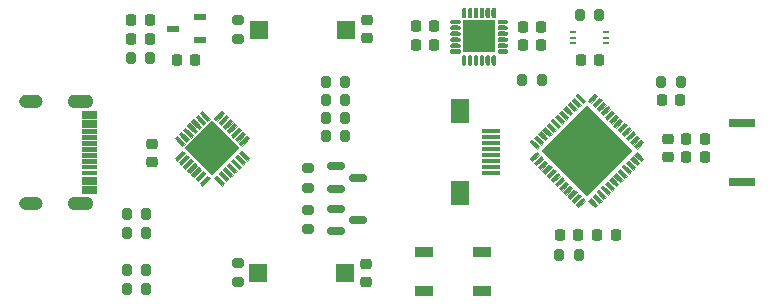
<source format=gtp>
%TF.GenerationSoftware,KiCad,Pcbnew,(6.0.7)*%
%TF.CreationDate,2022-08-03T19:32:55+08:00*%
%TF.ProjectId,Egret,45677265-742e-46b6-9963-61645f706362,rev?*%
%TF.SameCoordinates,Original*%
%TF.FileFunction,Paste,Top*%
%TF.FilePolarity,Positive*%
%FSLAX46Y46*%
G04 Gerber Fmt 4.6, Leading zero omitted, Abs format (unit mm)*
G04 Created by KiCad (PCBNEW (6.0.7)) date 2022-08-03 19:32:55*
%MOMM*%
%LPD*%
G01*
G04 APERTURE LIST*
G04 Aperture macros list*
%AMRoundRect*
0 Rectangle with rounded corners*
0 $1 Rounding radius*
0 $2 $3 $4 $5 $6 $7 $8 $9 X,Y pos of 4 corners*
0 Add a 4 corners polygon primitive as box body*
4,1,4,$2,$3,$4,$5,$6,$7,$8,$9,$2,$3,0*
0 Add four circle primitives for the rounded corners*
1,1,$1+$1,$2,$3*
1,1,$1+$1,$4,$5*
1,1,$1+$1,$6,$7*
1,1,$1+$1,$8,$9*
0 Add four rect primitives between the rounded corners*
20,1,$1+$1,$2,$3,$4,$5,0*
20,1,$1+$1,$4,$5,$6,$7,0*
20,1,$1+$1,$6,$7,$8,$9,0*
20,1,$1+$1,$8,$9,$2,$3,0*%
%AMRotRect*
0 Rectangle, with rotation*
0 The origin of the aperture is its center*
0 $1 length*
0 $2 width*
0 $3 Rotation angle, in degrees counterclockwise*
0 Add horizontal line*
21,1,$1,$2,0,0,$3*%
G04 Aperture macros list end*
%ADD10C,0.120000*%
%ADD11RoundRect,0.200000X0.200000X0.275000X-0.200000X0.275000X-0.200000X-0.275000X0.200000X-0.275000X0*%
%ADD12R,2.300000X0.800000*%
%ADD13RoundRect,0.150000X-0.587500X-0.150000X0.587500X-0.150000X0.587500X0.150000X-0.587500X0.150000X0*%
%ADD14RoundRect,0.200000X-0.200000X-0.275000X0.200000X-0.275000X0.200000X0.275000X-0.200000X0.275000X0*%
%ADD15R,0.550000X0.250000*%
%ADD16RoundRect,0.218750X-0.256250X0.218750X-0.256250X-0.218750X0.256250X-0.218750X0.256250X0.218750X0*%
%ADD17RoundRect,0.200000X-0.275000X0.200000X-0.275000X-0.200000X0.275000X-0.200000X0.275000X0.200000X0*%
%ADD18RoundRect,0.200000X0.275000X-0.200000X0.275000X0.200000X-0.275000X0.200000X-0.275000X-0.200000X0*%
%ADD19RoundRect,0.225000X0.225000X0.250000X-0.225000X0.250000X-0.225000X-0.250000X0.225000X-0.250000X0*%
%ADD20R,1.070000X0.532000*%
%ADD21RoundRect,0.225000X-0.250000X0.225000X-0.250000X-0.225000X0.250000X-0.225000X0.250000X0.225000X0*%
%ADD22RotRect,0.905000X0.280000X315.000000*%
%ADD23RotRect,0.280000X0.905000X315.000000*%
%ADD24RotRect,3.350000X3.350000X315.000000*%
%ADD25R,1.500000X1.500000*%
%ADD26RoundRect,0.225000X-0.225000X-0.250000X0.225000X-0.250000X0.225000X0.250000X-0.225000X0.250000X0*%
%ADD27O,0.800000X0.280000*%
%ADD28O,0.280000X0.800000*%
%ADD29R,2.700000X2.700000*%
%ADD30RoundRect,0.218750X-0.218750X-0.256250X0.218750X-0.256250X0.218750X0.256250X-0.218750X0.256250X0*%
%ADD31RoundRect,0.225000X0.250000X-0.225000X0.250000X0.225000X-0.250000X0.225000X-0.250000X-0.225000X0*%
%ADD32R,1.500000X0.300000*%
%ADD33R,1.500000X2.000000*%
%ADD34R,1.150000X0.600000*%
%ADD35R,1.150000X0.300000*%
%ADD36R,1.500000X0.900000*%
%ADD37RotRect,0.280000X0.800000X135.000000*%
%ADD38RotRect,0.800000X0.280000X135.000000*%
%ADD39RotRect,5.400000X5.400000X135.000000*%
G04 APERTURE END LIST*
%TO.C,U7*%
G36*
X136729188Y-86560000D02*
G01*
X134820000Y-88469188D01*
X132910812Y-86560000D01*
X134820000Y-84650812D01*
X136729188Y-86560000D01*
G37*
D10*
X136729188Y-86560000D02*
X134820000Y-88469188D01*
X132910812Y-86560000D01*
X134820000Y-84650812D01*
X136729188Y-86560000D01*
G36*
X136920107Y-84657883D02*
G01*
X136280176Y-85297814D01*
X136082186Y-85099824D01*
X136722117Y-84459893D01*
X136920107Y-84657883D01*
G37*
X136920107Y-84657883D02*
X136280176Y-85297814D01*
X136082186Y-85099824D01*
X136722117Y-84459893D01*
X136920107Y-84657883D01*
G36*
X136920107Y-88462117D02*
G01*
X136722117Y-88660107D01*
X136082186Y-88020176D01*
X136280176Y-87822186D01*
X136920107Y-88462117D01*
G37*
X136920107Y-88462117D02*
X136722117Y-88660107D01*
X136082186Y-88020176D01*
X136280176Y-87822186D01*
X136920107Y-88462117D01*
G36*
X137273661Y-88108564D02*
G01*
X137075671Y-88306554D01*
X136435739Y-87666622D01*
X136633729Y-87468632D01*
X137273661Y-88108564D01*
G37*
X137273661Y-88108564D02*
X137075671Y-88306554D01*
X136435739Y-87666622D01*
X136633729Y-87468632D01*
X137273661Y-88108564D01*
G36*
X133557814Y-85099824D02*
G01*
X133359824Y-85297814D01*
X132719893Y-84657883D01*
X132917883Y-84459893D01*
X133557814Y-85099824D01*
G37*
X133557814Y-85099824D02*
X133359824Y-85297814D01*
X132719893Y-84657883D01*
X132917883Y-84459893D01*
X133557814Y-85099824D01*
G36*
X133911368Y-88373729D02*
G01*
X133271436Y-89013661D01*
X133073446Y-88815671D01*
X133713378Y-88175739D01*
X133911368Y-88373729D01*
G37*
X133911368Y-88373729D02*
X133271436Y-89013661D01*
X133073446Y-88815671D01*
X133713378Y-88175739D01*
X133911368Y-88373729D01*
G36*
X137980767Y-85718543D02*
G01*
X137340836Y-86358475D01*
X137142846Y-86160485D01*
X137782777Y-85520553D01*
X137980767Y-85718543D01*
G37*
X137980767Y-85718543D02*
X137340836Y-86358475D01*
X137142846Y-86160485D01*
X137782777Y-85520553D01*
X137980767Y-85718543D01*
G36*
X137980767Y-87401457D02*
G01*
X137782777Y-87599447D01*
X137142846Y-86959515D01*
X137340836Y-86761525D01*
X137980767Y-87401457D01*
G37*
X137980767Y-87401457D02*
X137782777Y-87599447D01*
X137142846Y-86959515D01*
X137340836Y-86761525D01*
X137980767Y-87401457D01*
G36*
X133557814Y-88020176D02*
G01*
X132917883Y-88660107D01*
X132719893Y-88462117D01*
X133359824Y-87822186D01*
X133557814Y-88020176D01*
G37*
X133557814Y-88020176D02*
X132917883Y-88660107D01*
X132719893Y-88462117D01*
X133359824Y-87822186D01*
X133557814Y-88020176D01*
G36*
X133204261Y-87666622D02*
G01*
X132564329Y-88306554D01*
X132366339Y-88108564D01*
X133006271Y-87468632D01*
X133204261Y-87666622D01*
G37*
X133204261Y-87666622D02*
X132564329Y-88306554D01*
X132366339Y-88108564D01*
X133006271Y-87468632D01*
X133204261Y-87666622D01*
G36*
X135859447Y-83597223D02*
G01*
X135219515Y-84237154D01*
X135021525Y-84039164D01*
X135661457Y-83399233D01*
X135859447Y-83597223D01*
G37*
X135859447Y-83597223D02*
X135219515Y-84237154D01*
X135021525Y-84039164D01*
X135661457Y-83399233D01*
X135859447Y-83597223D01*
G36*
X136213000Y-89169224D02*
G01*
X136015010Y-89367214D01*
X135375079Y-88727282D01*
X135573069Y-88529292D01*
X136213000Y-89169224D01*
G37*
X136213000Y-89169224D02*
X136015010Y-89367214D01*
X135375079Y-88727282D01*
X135573069Y-88529292D01*
X136213000Y-89169224D01*
G36*
X137627214Y-87755010D02*
G01*
X137429224Y-87953000D01*
X136789292Y-87313069D01*
X136987282Y-87115079D01*
X137627214Y-87755010D01*
G37*
X137627214Y-87755010D02*
X137429224Y-87953000D01*
X136789292Y-87313069D01*
X136987282Y-87115079D01*
X137627214Y-87755010D01*
G36*
X136213000Y-83950776D02*
G01*
X135573069Y-84590708D01*
X135375079Y-84392718D01*
X136015010Y-83752786D01*
X136213000Y-83950776D01*
G37*
X136213000Y-83950776D02*
X135573069Y-84590708D01*
X135375079Y-84392718D01*
X136015010Y-83752786D01*
X136213000Y-83950776D01*
G36*
X132497154Y-86959515D02*
G01*
X131857223Y-87599447D01*
X131659233Y-87401457D01*
X132299164Y-86761525D01*
X132497154Y-86959515D01*
G37*
X132497154Y-86959515D02*
X131857223Y-87599447D01*
X131659233Y-87401457D01*
X132299164Y-86761525D01*
X132497154Y-86959515D01*
G36*
X136566554Y-84304329D02*
G01*
X135926622Y-84944261D01*
X135728632Y-84746271D01*
X136368564Y-84106339D01*
X136566554Y-84304329D01*
G37*
X136566554Y-84304329D02*
X135926622Y-84944261D01*
X135728632Y-84746271D01*
X136368564Y-84106339D01*
X136566554Y-84304329D01*
G36*
X137627214Y-85364990D02*
G01*
X136987282Y-86004921D01*
X136789292Y-85806931D01*
X137429224Y-85167000D01*
X137627214Y-85364990D01*
G37*
X137627214Y-85364990D02*
X136987282Y-86004921D01*
X136789292Y-85806931D01*
X137429224Y-85167000D01*
X137627214Y-85364990D01*
G36*
X133204261Y-85453378D02*
G01*
X133006271Y-85651368D01*
X132366339Y-85011436D01*
X132564329Y-84813446D01*
X133204261Y-85453378D01*
G37*
X133204261Y-85453378D02*
X133006271Y-85651368D01*
X132366339Y-85011436D01*
X132564329Y-84813446D01*
X133204261Y-85453378D01*
G36*
X136566554Y-88815671D02*
G01*
X136368564Y-89013661D01*
X135728632Y-88373729D01*
X135926622Y-88175739D01*
X136566554Y-88815671D01*
G37*
X136566554Y-88815671D02*
X136368564Y-89013661D01*
X135728632Y-88373729D01*
X135926622Y-88175739D01*
X136566554Y-88815671D01*
G36*
X132850708Y-85806931D02*
G01*
X132652718Y-86004921D01*
X132012786Y-85364990D01*
X132210776Y-85167000D01*
X132850708Y-85806931D01*
G37*
X132850708Y-85806931D02*
X132652718Y-86004921D01*
X132012786Y-85364990D01*
X132210776Y-85167000D01*
X132850708Y-85806931D01*
G36*
X135859447Y-89522777D02*
G01*
X135661457Y-89720767D01*
X135021525Y-89080836D01*
X135219515Y-88882846D01*
X135859447Y-89522777D01*
G37*
X135859447Y-89522777D02*
X135661457Y-89720767D01*
X135021525Y-89080836D01*
X135219515Y-88882846D01*
X135859447Y-89522777D01*
G36*
X134618475Y-89080836D02*
G01*
X133978543Y-89720767D01*
X133780553Y-89522777D01*
X134420485Y-88882846D01*
X134618475Y-89080836D01*
G37*
X134618475Y-89080836D02*
X133978543Y-89720767D01*
X133780553Y-89522777D01*
X134420485Y-88882846D01*
X134618475Y-89080836D01*
G36*
X134264921Y-88727282D02*
G01*
X133624990Y-89367214D01*
X133427000Y-89169224D01*
X134066931Y-88529292D01*
X134264921Y-88727282D01*
G37*
X134264921Y-88727282D02*
X133624990Y-89367214D01*
X133427000Y-89169224D01*
X134066931Y-88529292D01*
X134264921Y-88727282D01*
G36*
X137273661Y-85011436D02*
G01*
X136633729Y-85651368D01*
X136435739Y-85453378D01*
X137075671Y-84813446D01*
X137273661Y-85011436D01*
G37*
X137273661Y-85011436D02*
X136633729Y-85651368D01*
X136435739Y-85453378D01*
X137075671Y-84813446D01*
X137273661Y-85011436D01*
G36*
X134618475Y-84039164D02*
G01*
X134420485Y-84237154D01*
X133780553Y-83597223D01*
X133978543Y-83399233D01*
X134618475Y-84039164D01*
G37*
X134618475Y-84039164D02*
X134420485Y-84237154D01*
X133780553Y-83597223D01*
X133978543Y-83399233D01*
X134618475Y-84039164D01*
G36*
X133911368Y-84746271D02*
G01*
X133713378Y-84944261D01*
X133073446Y-84304329D01*
X133271436Y-84106339D01*
X133911368Y-84746271D01*
G37*
X133911368Y-84746271D02*
X133713378Y-84944261D01*
X133073446Y-84304329D01*
X133271436Y-84106339D01*
X133911368Y-84746271D01*
G36*
X134264921Y-84392718D02*
G01*
X134066931Y-84590708D01*
X133427000Y-83950776D01*
X133624990Y-83752786D01*
X134264921Y-84392718D01*
G37*
X134264921Y-84392718D02*
X134066931Y-84590708D01*
X133427000Y-83950776D01*
X133624990Y-83752786D01*
X134264921Y-84392718D01*
G36*
X132850708Y-87313069D02*
G01*
X132210776Y-87953000D01*
X132012786Y-87755010D01*
X132652718Y-87115079D01*
X132850708Y-87313069D01*
G37*
X132850708Y-87313069D02*
X132210776Y-87953000D01*
X132012786Y-87755010D01*
X132652718Y-87115079D01*
X132850708Y-87313069D01*
G36*
X132497154Y-86160485D02*
G01*
X132299164Y-86358475D01*
X131659233Y-85718543D01*
X131857223Y-85520553D01*
X132497154Y-86160485D01*
G37*
X132497154Y-86160485D02*
X132299164Y-86358475D01*
X131659233Y-85718543D01*
X131857223Y-85520553D01*
X132497154Y-86160485D01*
%TO.C,U4*%
G36*
X159677000Y-77193000D02*
G01*
X159704000Y-77201000D01*
X159728000Y-77214000D01*
X159749000Y-77231000D01*
X159766000Y-77252000D01*
X159779000Y-77276000D01*
X159787000Y-77303000D01*
X159790000Y-77330000D01*
X159787000Y-77357000D01*
X159779000Y-77384000D01*
X159766000Y-77408000D01*
X159749000Y-77429000D01*
X159728000Y-77446000D01*
X159704000Y-77459000D01*
X159677000Y-77467000D01*
X159650000Y-77470000D01*
X159130000Y-77470000D01*
X159103000Y-77467000D01*
X159076000Y-77459000D01*
X159052000Y-77446000D01*
X159031000Y-77429000D01*
X159014000Y-77408000D01*
X159001000Y-77384000D01*
X158993000Y-77357000D01*
X158990000Y-77330000D01*
X158993000Y-77303000D01*
X159001000Y-77276000D01*
X159014000Y-77252000D01*
X159031000Y-77231000D01*
X159052000Y-77214000D01*
X159076000Y-77201000D01*
X159103000Y-77193000D01*
X159130000Y-77190000D01*
X159650000Y-77190000D01*
X159677000Y-77193000D01*
G37*
X159677000Y-77193000D02*
X159704000Y-77201000D01*
X159728000Y-77214000D01*
X159749000Y-77231000D01*
X159766000Y-77252000D01*
X159779000Y-77276000D01*
X159787000Y-77303000D01*
X159790000Y-77330000D01*
X159787000Y-77357000D01*
X159779000Y-77384000D01*
X159766000Y-77408000D01*
X159749000Y-77429000D01*
X159728000Y-77446000D01*
X159704000Y-77459000D01*
X159677000Y-77467000D01*
X159650000Y-77470000D01*
X159130000Y-77470000D01*
X159103000Y-77467000D01*
X159076000Y-77459000D01*
X159052000Y-77446000D01*
X159031000Y-77429000D01*
X159014000Y-77408000D01*
X159001000Y-77384000D01*
X158993000Y-77357000D01*
X158990000Y-77330000D01*
X158993000Y-77303000D01*
X159001000Y-77276000D01*
X159014000Y-77252000D01*
X159031000Y-77231000D01*
X159052000Y-77214000D01*
X159076000Y-77201000D01*
X159103000Y-77193000D01*
X159130000Y-77190000D01*
X159650000Y-77190000D01*
X159677000Y-77193000D01*
G36*
X158167000Y-74683000D02*
G01*
X158194000Y-74691000D01*
X158218000Y-74704000D01*
X158239000Y-74721000D01*
X158256000Y-74742000D01*
X158269000Y-74766000D01*
X158277000Y-74793000D01*
X158280000Y-74820000D01*
X158280000Y-75340000D01*
X158277000Y-75367000D01*
X158269000Y-75394000D01*
X158256000Y-75418000D01*
X158239000Y-75439000D01*
X158218000Y-75456000D01*
X158194000Y-75469000D01*
X158167000Y-75477000D01*
X158140000Y-75480000D01*
X158113000Y-75477000D01*
X158086000Y-75469000D01*
X158062000Y-75456000D01*
X158041000Y-75439000D01*
X158024000Y-75418000D01*
X158011000Y-75394000D01*
X158003000Y-75367000D01*
X158000000Y-75340000D01*
X158000000Y-74820000D01*
X158003000Y-74793000D01*
X158011000Y-74766000D01*
X158024000Y-74742000D01*
X158041000Y-74721000D01*
X158062000Y-74704000D01*
X158086000Y-74691000D01*
X158113000Y-74683000D01*
X158140000Y-74680000D01*
X158167000Y-74683000D01*
G37*
X158167000Y-74683000D02*
X158194000Y-74691000D01*
X158218000Y-74704000D01*
X158239000Y-74721000D01*
X158256000Y-74742000D01*
X158269000Y-74766000D01*
X158277000Y-74793000D01*
X158280000Y-74820000D01*
X158280000Y-75340000D01*
X158277000Y-75367000D01*
X158269000Y-75394000D01*
X158256000Y-75418000D01*
X158239000Y-75439000D01*
X158218000Y-75456000D01*
X158194000Y-75469000D01*
X158167000Y-75477000D01*
X158140000Y-75480000D01*
X158113000Y-75477000D01*
X158086000Y-75469000D01*
X158062000Y-75456000D01*
X158041000Y-75439000D01*
X158024000Y-75418000D01*
X158011000Y-75394000D01*
X158003000Y-75367000D01*
X158000000Y-75340000D01*
X158000000Y-74820000D01*
X158003000Y-74793000D01*
X158011000Y-74766000D01*
X158024000Y-74742000D01*
X158041000Y-74721000D01*
X158062000Y-74704000D01*
X158086000Y-74691000D01*
X158113000Y-74683000D01*
X158140000Y-74680000D01*
X158167000Y-74683000D01*
G36*
X158167000Y-78683000D02*
G01*
X158194000Y-78691000D01*
X158218000Y-78704000D01*
X158239000Y-78721000D01*
X158256000Y-78742000D01*
X158269000Y-78766000D01*
X158277000Y-78793000D01*
X158280000Y-78820000D01*
X158280000Y-79340000D01*
X158277000Y-79367000D01*
X158269000Y-79394000D01*
X158256000Y-79418000D01*
X158239000Y-79439000D01*
X158218000Y-79456000D01*
X158194000Y-79469000D01*
X158167000Y-79477000D01*
X158140000Y-79480000D01*
X158113000Y-79477000D01*
X158086000Y-79469000D01*
X158062000Y-79456000D01*
X158041000Y-79439000D01*
X158024000Y-79418000D01*
X158011000Y-79394000D01*
X158003000Y-79367000D01*
X158000000Y-79340000D01*
X158000000Y-78820000D01*
X158003000Y-78793000D01*
X158011000Y-78766000D01*
X158024000Y-78742000D01*
X158041000Y-78721000D01*
X158062000Y-78704000D01*
X158086000Y-78691000D01*
X158113000Y-78683000D01*
X158140000Y-78680000D01*
X158167000Y-78683000D01*
G37*
X158167000Y-78683000D02*
X158194000Y-78691000D01*
X158218000Y-78704000D01*
X158239000Y-78721000D01*
X158256000Y-78742000D01*
X158269000Y-78766000D01*
X158277000Y-78793000D01*
X158280000Y-78820000D01*
X158280000Y-79340000D01*
X158277000Y-79367000D01*
X158269000Y-79394000D01*
X158256000Y-79418000D01*
X158239000Y-79439000D01*
X158218000Y-79456000D01*
X158194000Y-79469000D01*
X158167000Y-79477000D01*
X158140000Y-79480000D01*
X158113000Y-79477000D01*
X158086000Y-79469000D01*
X158062000Y-79456000D01*
X158041000Y-79439000D01*
X158024000Y-79418000D01*
X158011000Y-79394000D01*
X158003000Y-79367000D01*
X158000000Y-79340000D01*
X158000000Y-78820000D01*
X158003000Y-78793000D01*
X158011000Y-78766000D01*
X158024000Y-78742000D01*
X158041000Y-78721000D01*
X158062000Y-78704000D01*
X158086000Y-78691000D01*
X158113000Y-78683000D01*
X158140000Y-78680000D01*
X158167000Y-78683000D01*
G36*
X159677000Y-75693000D02*
G01*
X159704000Y-75701000D01*
X159728000Y-75714000D01*
X159749000Y-75731000D01*
X159766000Y-75752000D01*
X159779000Y-75776000D01*
X159787000Y-75803000D01*
X159790000Y-75830000D01*
X159787000Y-75857000D01*
X159779000Y-75884000D01*
X159766000Y-75908000D01*
X159749000Y-75929000D01*
X159728000Y-75946000D01*
X159704000Y-75959000D01*
X159677000Y-75967000D01*
X159650000Y-75970000D01*
X159130000Y-75970000D01*
X159103000Y-75967000D01*
X159076000Y-75959000D01*
X159052000Y-75946000D01*
X159031000Y-75929000D01*
X159014000Y-75908000D01*
X159001000Y-75884000D01*
X158993000Y-75857000D01*
X158990000Y-75830000D01*
X158993000Y-75803000D01*
X159001000Y-75776000D01*
X159014000Y-75752000D01*
X159031000Y-75731000D01*
X159052000Y-75714000D01*
X159076000Y-75701000D01*
X159103000Y-75693000D01*
X159130000Y-75690000D01*
X159650000Y-75690000D01*
X159677000Y-75693000D01*
G37*
X159677000Y-75693000D02*
X159704000Y-75701000D01*
X159728000Y-75714000D01*
X159749000Y-75731000D01*
X159766000Y-75752000D01*
X159779000Y-75776000D01*
X159787000Y-75803000D01*
X159790000Y-75830000D01*
X159787000Y-75857000D01*
X159779000Y-75884000D01*
X159766000Y-75908000D01*
X159749000Y-75929000D01*
X159728000Y-75946000D01*
X159704000Y-75959000D01*
X159677000Y-75967000D01*
X159650000Y-75970000D01*
X159130000Y-75970000D01*
X159103000Y-75967000D01*
X159076000Y-75959000D01*
X159052000Y-75946000D01*
X159031000Y-75929000D01*
X159014000Y-75908000D01*
X159001000Y-75884000D01*
X158993000Y-75857000D01*
X158990000Y-75830000D01*
X158993000Y-75803000D01*
X159001000Y-75776000D01*
X159014000Y-75752000D01*
X159031000Y-75731000D01*
X159052000Y-75714000D01*
X159076000Y-75701000D01*
X159103000Y-75693000D01*
X159130000Y-75690000D01*
X159650000Y-75690000D01*
X159677000Y-75693000D01*
G36*
X158667000Y-78683000D02*
G01*
X158694000Y-78691000D01*
X158718000Y-78704000D01*
X158739000Y-78721000D01*
X158756000Y-78742000D01*
X158769000Y-78766000D01*
X158777000Y-78793000D01*
X158780000Y-78820000D01*
X158780000Y-79340000D01*
X158777000Y-79367000D01*
X158769000Y-79394000D01*
X158756000Y-79418000D01*
X158739000Y-79439000D01*
X158718000Y-79456000D01*
X158694000Y-79469000D01*
X158667000Y-79477000D01*
X158640000Y-79480000D01*
X158613000Y-79477000D01*
X158586000Y-79469000D01*
X158562000Y-79456000D01*
X158541000Y-79439000D01*
X158524000Y-79418000D01*
X158511000Y-79394000D01*
X158503000Y-79367000D01*
X158500000Y-79340000D01*
X158500000Y-78820000D01*
X158503000Y-78793000D01*
X158511000Y-78766000D01*
X158524000Y-78742000D01*
X158541000Y-78721000D01*
X158562000Y-78704000D01*
X158586000Y-78691000D01*
X158613000Y-78683000D01*
X158640000Y-78680000D01*
X158667000Y-78683000D01*
G37*
X158667000Y-78683000D02*
X158694000Y-78691000D01*
X158718000Y-78704000D01*
X158739000Y-78721000D01*
X158756000Y-78742000D01*
X158769000Y-78766000D01*
X158777000Y-78793000D01*
X158780000Y-78820000D01*
X158780000Y-79340000D01*
X158777000Y-79367000D01*
X158769000Y-79394000D01*
X158756000Y-79418000D01*
X158739000Y-79439000D01*
X158718000Y-79456000D01*
X158694000Y-79469000D01*
X158667000Y-79477000D01*
X158640000Y-79480000D01*
X158613000Y-79477000D01*
X158586000Y-79469000D01*
X158562000Y-79456000D01*
X158541000Y-79439000D01*
X158524000Y-79418000D01*
X158511000Y-79394000D01*
X158503000Y-79367000D01*
X158500000Y-79340000D01*
X158500000Y-78820000D01*
X158503000Y-78793000D01*
X158511000Y-78766000D01*
X158524000Y-78742000D01*
X158541000Y-78721000D01*
X158562000Y-78704000D01*
X158586000Y-78691000D01*
X158613000Y-78683000D01*
X158640000Y-78680000D01*
X158667000Y-78683000D01*
G36*
X157667000Y-78683000D02*
G01*
X157694000Y-78691000D01*
X157718000Y-78704000D01*
X157739000Y-78721000D01*
X157756000Y-78742000D01*
X157769000Y-78766000D01*
X157777000Y-78793000D01*
X157780000Y-78820000D01*
X157780000Y-79340000D01*
X157777000Y-79367000D01*
X157769000Y-79394000D01*
X157756000Y-79418000D01*
X157739000Y-79439000D01*
X157718000Y-79456000D01*
X157694000Y-79469000D01*
X157667000Y-79477000D01*
X157640000Y-79480000D01*
X157613000Y-79477000D01*
X157586000Y-79469000D01*
X157562000Y-79456000D01*
X157541000Y-79439000D01*
X157524000Y-79418000D01*
X157511000Y-79394000D01*
X157503000Y-79367000D01*
X157500000Y-79340000D01*
X157500000Y-78820000D01*
X157503000Y-78793000D01*
X157511000Y-78766000D01*
X157524000Y-78742000D01*
X157541000Y-78721000D01*
X157562000Y-78704000D01*
X157586000Y-78691000D01*
X157613000Y-78683000D01*
X157640000Y-78680000D01*
X157667000Y-78683000D01*
G37*
X157667000Y-78683000D02*
X157694000Y-78691000D01*
X157718000Y-78704000D01*
X157739000Y-78721000D01*
X157756000Y-78742000D01*
X157769000Y-78766000D01*
X157777000Y-78793000D01*
X157780000Y-78820000D01*
X157780000Y-79340000D01*
X157777000Y-79367000D01*
X157769000Y-79394000D01*
X157756000Y-79418000D01*
X157739000Y-79439000D01*
X157718000Y-79456000D01*
X157694000Y-79469000D01*
X157667000Y-79477000D01*
X157640000Y-79480000D01*
X157613000Y-79477000D01*
X157586000Y-79469000D01*
X157562000Y-79456000D01*
X157541000Y-79439000D01*
X157524000Y-79418000D01*
X157511000Y-79394000D01*
X157503000Y-79367000D01*
X157500000Y-79340000D01*
X157500000Y-78820000D01*
X157503000Y-78793000D01*
X157511000Y-78766000D01*
X157524000Y-78742000D01*
X157541000Y-78721000D01*
X157562000Y-78704000D01*
X157586000Y-78691000D01*
X157613000Y-78683000D01*
X157640000Y-78680000D01*
X157667000Y-78683000D01*
G36*
X156667000Y-78683000D02*
G01*
X156694000Y-78691000D01*
X156718000Y-78704000D01*
X156739000Y-78721000D01*
X156756000Y-78742000D01*
X156769000Y-78766000D01*
X156777000Y-78793000D01*
X156780000Y-78820000D01*
X156780000Y-79340000D01*
X156777000Y-79367000D01*
X156769000Y-79394000D01*
X156756000Y-79418000D01*
X156739000Y-79439000D01*
X156718000Y-79456000D01*
X156694000Y-79469000D01*
X156667000Y-79477000D01*
X156640000Y-79480000D01*
X156613000Y-79477000D01*
X156586000Y-79469000D01*
X156562000Y-79456000D01*
X156541000Y-79439000D01*
X156524000Y-79418000D01*
X156511000Y-79394000D01*
X156503000Y-79367000D01*
X156500000Y-79340000D01*
X156500000Y-78820000D01*
X156503000Y-78793000D01*
X156511000Y-78766000D01*
X156524000Y-78742000D01*
X156541000Y-78721000D01*
X156562000Y-78704000D01*
X156586000Y-78691000D01*
X156613000Y-78683000D01*
X156640000Y-78680000D01*
X156667000Y-78683000D01*
G37*
X156667000Y-78683000D02*
X156694000Y-78691000D01*
X156718000Y-78704000D01*
X156739000Y-78721000D01*
X156756000Y-78742000D01*
X156769000Y-78766000D01*
X156777000Y-78793000D01*
X156780000Y-78820000D01*
X156780000Y-79340000D01*
X156777000Y-79367000D01*
X156769000Y-79394000D01*
X156756000Y-79418000D01*
X156739000Y-79439000D01*
X156718000Y-79456000D01*
X156694000Y-79469000D01*
X156667000Y-79477000D01*
X156640000Y-79480000D01*
X156613000Y-79477000D01*
X156586000Y-79469000D01*
X156562000Y-79456000D01*
X156541000Y-79439000D01*
X156524000Y-79418000D01*
X156511000Y-79394000D01*
X156503000Y-79367000D01*
X156500000Y-79340000D01*
X156500000Y-78820000D01*
X156503000Y-78793000D01*
X156511000Y-78766000D01*
X156524000Y-78742000D01*
X156541000Y-78721000D01*
X156562000Y-78704000D01*
X156586000Y-78691000D01*
X156613000Y-78683000D01*
X156640000Y-78680000D01*
X156667000Y-78683000D01*
G36*
X155677000Y-78185000D02*
G01*
X155704000Y-78193000D01*
X155728000Y-78206000D01*
X155749000Y-78223000D01*
X155766000Y-78244000D01*
X155779000Y-78268000D01*
X155787000Y-78295000D01*
X155790000Y-78322000D01*
X155787000Y-78349000D01*
X155779000Y-78376000D01*
X155766000Y-78400000D01*
X155749000Y-78421000D01*
X155728000Y-78438000D01*
X155704000Y-78451000D01*
X155677000Y-78459000D01*
X155650000Y-78462000D01*
X155130000Y-78462000D01*
X155103000Y-78459000D01*
X155076000Y-78451000D01*
X155052000Y-78438000D01*
X155031000Y-78421000D01*
X155014000Y-78400000D01*
X155001000Y-78376000D01*
X154993000Y-78349000D01*
X154990000Y-78322000D01*
X154993000Y-78295000D01*
X155001000Y-78268000D01*
X155014000Y-78244000D01*
X155031000Y-78223000D01*
X155052000Y-78206000D01*
X155076000Y-78193000D01*
X155103000Y-78185000D01*
X155130000Y-78182000D01*
X155650000Y-78182000D01*
X155677000Y-78185000D01*
G37*
X155677000Y-78185000D02*
X155704000Y-78193000D01*
X155728000Y-78206000D01*
X155749000Y-78223000D01*
X155766000Y-78244000D01*
X155779000Y-78268000D01*
X155787000Y-78295000D01*
X155790000Y-78322000D01*
X155787000Y-78349000D01*
X155779000Y-78376000D01*
X155766000Y-78400000D01*
X155749000Y-78421000D01*
X155728000Y-78438000D01*
X155704000Y-78451000D01*
X155677000Y-78459000D01*
X155650000Y-78462000D01*
X155130000Y-78462000D01*
X155103000Y-78459000D01*
X155076000Y-78451000D01*
X155052000Y-78438000D01*
X155031000Y-78421000D01*
X155014000Y-78400000D01*
X155001000Y-78376000D01*
X154993000Y-78349000D01*
X154990000Y-78322000D01*
X154993000Y-78295000D01*
X155001000Y-78268000D01*
X155014000Y-78244000D01*
X155031000Y-78223000D01*
X155052000Y-78206000D01*
X155076000Y-78193000D01*
X155103000Y-78185000D01*
X155130000Y-78182000D01*
X155650000Y-78182000D01*
X155677000Y-78185000D01*
G36*
X159677000Y-76693000D02*
G01*
X159704000Y-76701000D01*
X159728000Y-76714000D01*
X159749000Y-76731000D01*
X159766000Y-76752000D01*
X159779000Y-76776000D01*
X159787000Y-76803000D01*
X159790000Y-76830000D01*
X159787000Y-76857000D01*
X159779000Y-76884000D01*
X159766000Y-76908000D01*
X159749000Y-76929000D01*
X159728000Y-76946000D01*
X159704000Y-76959000D01*
X159677000Y-76967000D01*
X159650000Y-76970000D01*
X159130000Y-76970000D01*
X159103000Y-76967000D01*
X159076000Y-76959000D01*
X159052000Y-76946000D01*
X159031000Y-76929000D01*
X159014000Y-76908000D01*
X159001000Y-76884000D01*
X158993000Y-76857000D01*
X158990000Y-76830000D01*
X158993000Y-76803000D01*
X159001000Y-76776000D01*
X159014000Y-76752000D01*
X159031000Y-76731000D01*
X159052000Y-76714000D01*
X159076000Y-76701000D01*
X159103000Y-76693000D01*
X159130000Y-76690000D01*
X159650000Y-76690000D01*
X159677000Y-76693000D01*
G37*
X159677000Y-76693000D02*
X159704000Y-76701000D01*
X159728000Y-76714000D01*
X159749000Y-76731000D01*
X159766000Y-76752000D01*
X159779000Y-76776000D01*
X159787000Y-76803000D01*
X159790000Y-76830000D01*
X159787000Y-76857000D01*
X159779000Y-76884000D01*
X159766000Y-76908000D01*
X159749000Y-76929000D01*
X159728000Y-76946000D01*
X159704000Y-76959000D01*
X159677000Y-76967000D01*
X159650000Y-76970000D01*
X159130000Y-76970000D01*
X159103000Y-76967000D01*
X159076000Y-76959000D01*
X159052000Y-76946000D01*
X159031000Y-76929000D01*
X159014000Y-76908000D01*
X159001000Y-76884000D01*
X158993000Y-76857000D01*
X158990000Y-76830000D01*
X158993000Y-76803000D01*
X159001000Y-76776000D01*
X159014000Y-76752000D01*
X159031000Y-76731000D01*
X159052000Y-76714000D01*
X159076000Y-76701000D01*
X159103000Y-76693000D01*
X159130000Y-76690000D01*
X159650000Y-76690000D01*
X159677000Y-76693000D01*
G36*
X155677000Y-77693000D02*
G01*
X155704000Y-77701000D01*
X155728000Y-77714000D01*
X155749000Y-77731000D01*
X155766000Y-77752000D01*
X155779000Y-77776000D01*
X155787000Y-77803000D01*
X155790000Y-77830000D01*
X155787000Y-77857000D01*
X155779000Y-77884000D01*
X155766000Y-77908000D01*
X155749000Y-77929000D01*
X155728000Y-77946000D01*
X155704000Y-77959000D01*
X155677000Y-77967000D01*
X155650000Y-77970000D01*
X155130000Y-77970000D01*
X155103000Y-77967000D01*
X155076000Y-77959000D01*
X155052000Y-77946000D01*
X155031000Y-77929000D01*
X155014000Y-77908000D01*
X155001000Y-77884000D01*
X154993000Y-77857000D01*
X154990000Y-77830000D01*
X154993000Y-77803000D01*
X155001000Y-77776000D01*
X155014000Y-77752000D01*
X155031000Y-77731000D01*
X155052000Y-77714000D01*
X155076000Y-77701000D01*
X155103000Y-77693000D01*
X155130000Y-77690000D01*
X155650000Y-77690000D01*
X155677000Y-77693000D01*
G37*
X155677000Y-77693000D02*
X155704000Y-77701000D01*
X155728000Y-77714000D01*
X155749000Y-77731000D01*
X155766000Y-77752000D01*
X155779000Y-77776000D01*
X155787000Y-77803000D01*
X155790000Y-77830000D01*
X155787000Y-77857000D01*
X155779000Y-77884000D01*
X155766000Y-77908000D01*
X155749000Y-77929000D01*
X155728000Y-77946000D01*
X155704000Y-77959000D01*
X155677000Y-77967000D01*
X155650000Y-77970000D01*
X155130000Y-77970000D01*
X155103000Y-77967000D01*
X155076000Y-77959000D01*
X155052000Y-77946000D01*
X155031000Y-77929000D01*
X155014000Y-77908000D01*
X155001000Y-77884000D01*
X154993000Y-77857000D01*
X154990000Y-77830000D01*
X154993000Y-77803000D01*
X155001000Y-77776000D01*
X155014000Y-77752000D01*
X155031000Y-77731000D01*
X155052000Y-77714000D01*
X155076000Y-77701000D01*
X155103000Y-77693000D01*
X155130000Y-77690000D01*
X155650000Y-77690000D01*
X155677000Y-77693000D01*
G36*
X158470000Y-78148000D02*
G01*
X156310000Y-78148000D01*
X156310000Y-75988000D01*
X158470000Y-75988000D01*
X158470000Y-78148000D01*
G37*
X158470000Y-78148000D02*
X156310000Y-78148000D01*
X156310000Y-75988000D01*
X158470000Y-75988000D01*
X158470000Y-78148000D01*
G36*
X155677000Y-76693000D02*
G01*
X155704000Y-76701000D01*
X155728000Y-76714000D01*
X155749000Y-76731000D01*
X155766000Y-76752000D01*
X155779000Y-76776000D01*
X155787000Y-76803000D01*
X155790000Y-76830000D01*
X155787000Y-76857000D01*
X155779000Y-76884000D01*
X155766000Y-76908000D01*
X155749000Y-76929000D01*
X155728000Y-76946000D01*
X155704000Y-76959000D01*
X155677000Y-76967000D01*
X155650000Y-76970000D01*
X155130000Y-76970000D01*
X155103000Y-76967000D01*
X155076000Y-76959000D01*
X155052000Y-76946000D01*
X155031000Y-76929000D01*
X155014000Y-76908000D01*
X155001000Y-76884000D01*
X154993000Y-76857000D01*
X154990000Y-76830000D01*
X154993000Y-76803000D01*
X155001000Y-76776000D01*
X155014000Y-76752000D01*
X155031000Y-76731000D01*
X155052000Y-76714000D01*
X155076000Y-76701000D01*
X155103000Y-76693000D01*
X155130000Y-76690000D01*
X155650000Y-76690000D01*
X155677000Y-76693000D01*
G37*
X155677000Y-76693000D02*
X155704000Y-76701000D01*
X155728000Y-76714000D01*
X155749000Y-76731000D01*
X155766000Y-76752000D01*
X155779000Y-76776000D01*
X155787000Y-76803000D01*
X155790000Y-76830000D01*
X155787000Y-76857000D01*
X155779000Y-76884000D01*
X155766000Y-76908000D01*
X155749000Y-76929000D01*
X155728000Y-76946000D01*
X155704000Y-76959000D01*
X155677000Y-76967000D01*
X155650000Y-76970000D01*
X155130000Y-76970000D01*
X155103000Y-76967000D01*
X155076000Y-76959000D01*
X155052000Y-76946000D01*
X155031000Y-76929000D01*
X155014000Y-76908000D01*
X155001000Y-76884000D01*
X154993000Y-76857000D01*
X154990000Y-76830000D01*
X154993000Y-76803000D01*
X155001000Y-76776000D01*
X155014000Y-76752000D01*
X155031000Y-76731000D01*
X155052000Y-76714000D01*
X155076000Y-76701000D01*
X155103000Y-76693000D01*
X155130000Y-76690000D01*
X155650000Y-76690000D01*
X155677000Y-76693000D01*
G36*
X155677000Y-76193000D02*
G01*
X155704000Y-76201000D01*
X155728000Y-76214000D01*
X155749000Y-76231000D01*
X155766000Y-76252000D01*
X155779000Y-76276000D01*
X155787000Y-76303000D01*
X155790000Y-76330000D01*
X155787000Y-76357000D01*
X155779000Y-76384000D01*
X155766000Y-76408000D01*
X155749000Y-76429000D01*
X155728000Y-76446000D01*
X155704000Y-76459000D01*
X155677000Y-76467000D01*
X155650000Y-76470000D01*
X155130000Y-76470000D01*
X155103000Y-76467000D01*
X155076000Y-76459000D01*
X155052000Y-76446000D01*
X155031000Y-76429000D01*
X155014000Y-76408000D01*
X155001000Y-76384000D01*
X154993000Y-76357000D01*
X154990000Y-76330000D01*
X154993000Y-76303000D01*
X155001000Y-76276000D01*
X155014000Y-76252000D01*
X155031000Y-76231000D01*
X155052000Y-76214000D01*
X155076000Y-76201000D01*
X155103000Y-76193000D01*
X155130000Y-76190000D01*
X155650000Y-76190000D01*
X155677000Y-76193000D01*
G37*
X155677000Y-76193000D02*
X155704000Y-76201000D01*
X155728000Y-76214000D01*
X155749000Y-76231000D01*
X155766000Y-76252000D01*
X155779000Y-76276000D01*
X155787000Y-76303000D01*
X155790000Y-76330000D01*
X155787000Y-76357000D01*
X155779000Y-76384000D01*
X155766000Y-76408000D01*
X155749000Y-76429000D01*
X155728000Y-76446000D01*
X155704000Y-76459000D01*
X155677000Y-76467000D01*
X155650000Y-76470000D01*
X155130000Y-76470000D01*
X155103000Y-76467000D01*
X155076000Y-76459000D01*
X155052000Y-76446000D01*
X155031000Y-76429000D01*
X155014000Y-76408000D01*
X155001000Y-76384000D01*
X154993000Y-76357000D01*
X154990000Y-76330000D01*
X154993000Y-76303000D01*
X155001000Y-76276000D01*
X155014000Y-76252000D01*
X155031000Y-76231000D01*
X155052000Y-76214000D01*
X155076000Y-76201000D01*
X155103000Y-76193000D01*
X155130000Y-76190000D01*
X155650000Y-76190000D01*
X155677000Y-76193000D01*
G36*
X156167000Y-74683000D02*
G01*
X156194000Y-74691000D01*
X156218000Y-74704000D01*
X156239000Y-74721000D01*
X156256000Y-74742000D01*
X156269000Y-74766000D01*
X156277000Y-74793000D01*
X156280000Y-74820000D01*
X156280000Y-75340000D01*
X156277000Y-75367000D01*
X156269000Y-75394000D01*
X156256000Y-75418000D01*
X156239000Y-75439000D01*
X156218000Y-75456000D01*
X156194000Y-75469000D01*
X156167000Y-75477000D01*
X156140000Y-75480000D01*
X156113000Y-75477000D01*
X156086000Y-75469000D01*
X156062000Y-75456000D01*
X156041000Y-75439000D01*
X156024000Y-75418000D01*
X156011000Y-75394000D01*
X156003000Y-75367000D01*
X156000000Y-75340000D01*
X156000000Y-74820000D01*
X156003000Y-74793000D01*
X156011000Y-74766000D01*
X156024000Y-74742000D01*
X156041000Y-74721000D01*
X156062000Y-74704000D01*
X156086000Y-74691000D01*
X156113000Y-74683000D01*
X156140000Y-74680000D01*
X156167000Y-74683000D01*
G37*
X156167000Y-74683000D02*
X156194000Y-74691000D01*
X156218000Y-74704000D01*
X156239000Y-74721000D01*
X156256000Y-74742000D01*
X156269000Y-74766000D01*
X156277000Y-74793000D01*
X156280000Y-74820000D01*
X156280000Y-75340000D01*
X156277000Y-75367000D01*
X156269000Y-75394000D01*
X156256000Y-75418000D01*
X156239000Y-75439000D01*
X156218000Y-75456000D01*
X156194000Y-75469000D01*
X156167000Y-75477000D01*
X156140000Y-75480000D01*
X156113000Y-75477000D01*
X156086000Y-75469000D01*
X156062000Y-75456000D01*
X156041000Y-75439000D01*
X156024000Y-75418000D01*
X156011000Y-75394000D01*
X156003000Y-75367000D01*
X156000000Y-75340000D01*
X156000000Y-74820000D01*
X156003000Y-74793000D01*
X156011000Y-74766000D01*
X156024000Y-74742000D01*
X156041000Y-74721000D01*
X156062000Y-74704000D01*
X156086000Y-74691000D01*
X156113000Y-74683000D01*
X156140000Y-74680000D01*
X156167000Y-74683000D01*
G36*
X159677000Y-77693000D02*
G01*
X159704000Y-77701000D01*
X159728000Y-77714000D01*
X159749000Y-77731000D01*
X159766000Y-77752000D01*
X159779000Y-77776000D01*
X159787000Y-77803000D01*
X159790000Y-77830000D01*
X159787000Y-77857000D01*
X159779000Y-77884000D01*
X159766000Y-77908000D01*
X159749000Y-77929000D01*
X159728000Y-77946000D01*
X159704000Y-77959000D01*
X159677000Y-77967000D01*
X159650000Y-77970000D01*
X159130000Y-77970000D01*
X159103000Y-77967000D01*
X159076000Y-77959000D01*
X159052000Y-77946000D01*
X159031000Y-77929000D01*
X159014000Y-77908000D01*
X159001000Y-77884000D01*
X158993000Y-77857000D01*
X158990000Y-77830000D01*
X158993000Y-77803000D01*
X159001000Y-77776000D01*
X159014000Y-77752000D01*
X159031000Y-77731000D01*
X159052000Y-77714000D01*
X159076000Y-77701000D01*
X159103000Y-77693000D01*
X159130000Y-77690000D01*
X159650000Y-77690000D01*
X159677000Y-77693000D01*
G37*
X159677000Y-77693000D02*
X159704000Y-77701000D01*
X159728000Y-77714000D01*
X159749000Y-77731000D01*
X159766000Y-77752000D01*
X159779000Y-77776000D01*
X159787000Y-77803000D01*
X159790000Y-77830000D01*
X159787000Y-77857000D01*
X159779000Y-77884000D01*
X159766000Y-77908000D01*
X159749000Y-77929000D01*
X159728000Y-77946000D01*
X159704000Y-77959000D01*
X159677000Y-77967000D01*
X159650000Y-77970000D01*
X159130000Y-77970000D01*
X159103000Y-77967000D01*
X159076000Y-77959000D01*
X159052000Y-77946000D01*
X159031000Y-77929000D01*
X159014000Y-77908000D01*
X159001000Y-77884000D01*
X158993000Y-77857000D01*
X158990000Y-77830000D01*
X158993000Y-77803000D01*
X159001000Y-77776000D01*
X159014000Y-77752000D01*
X159031000Y-77731000D01*
X159052000Y-77714000D01*
X159076000Y-77701000D01*
X159103000Y-77693000D01*
X159130000Y-77690000D01*
X159650000Y-77690000D01*
X159677000Y-77693000D01*
G36*
X159677000Y-78193000D02*
G01*
X159704000Y-78201000D01*
X159728000Y-78214000D01*
X159749000Y-78231000D01*
X159766000Y-78252000D01*
X159779000Y-78276000D01*
X159787000Y-78303000D01*
X159790000Y-78330000D01*
X159787000Y-78357000D01*
X159779000Y-78384000D01*
X159766000Y-78408000D01*
X159749000Y-78429000D01*
X159728000Y-78446000D01*
X159704000Y-78459000D01*
X159677000Y-78467000D01*
X159650000Y-78470000D01*
X159130000Y-78470000D01*
X159103000Y-78467000D01*
X159076000Y-78459000D01*
X159052000Y-78446000D01*
X159031000Y-78429000D01*
X159014000Y-78408000D01*
X159001000Y-78384000D01*
X158993000Y-78357000D01*
X158990000Y-78330000D01*
X158993000Y-78303000D01*
X159001000Y-78276000D01*
X159014000Y-78252000D01*
X159031000Y-78231000D01*
X159052000Y-78214000D01*
X159076000Y-78201000D01*
X159103000Y-78193000D01*
X159130000Y-78190000D01*
X159650000Y-78190000D01*
X159677000Y-78193000D01*
G37*
X159677000Y-78193000D02*
X159704000Y-78201000D01*
X159728000Y-78214000D01*
X159749000Y-78231000D01*
X159766000Y-78252000D01*
X159779000Y-78276000D01*
X159787000Y-78303000D01*
X159790000Y-78330000D01*
X159787000Y-78357000D01*
X159779000Y-78384000D01*
X159766000Y-78408000D01*
X159749000Y-78429000D01*
X159728000Y-78446000D01*
X159704000Y-78459000D01*
X159677000Y-78467000D01*
X159650000Y-78470000D01*
X159130000Y-78470000D01*
X159103000Y-78467000D01*
X159076000Y-78459000D01*
X159052000Y-78446000D01*
X159031000Y-78429000D01*
X159014000Y-78408000D01*
X159001000Y-78384000D01*
X158993000Y-78357000D01*
X158990000Y-78330000D01*
X158993000Y-78303000D01*
X159001000Y-78276000D01*
X159014000Y-78252000D01*
X159031000Y-78231000D01*
X159052000Y-78214000D01*
X159076000Y-78201000D01*
X159103000Y-78193000D01*
X159130000Y-78190000D01*
X159650000Y-78190000D01*
X159677000Y-78193000D01*
G36*
X156167000Y-78683000D02*
G01*
X156194000Y-78691000D01*
X156218000Y-78704000D01*
X156239000Y-78721000D01*
X156256000Y-78742000D01*
X156269000Y-78766000D01*
X156277000Y-78793000D01*
X156280000Y-78820000D01*
X156280000Y-79340000D01*
X156277000Y-79367000D01*
X156269000Y-79394000D01*
X156256000Y-79418000D01*
X156239000Y-79439000D01*
X156218000Y-79456000D01*
X156194000Y-79469000D01*
X156167000Y-79477000D01*
X156140000Y-79480000D01*
X156113000Y-79477000D01*
X156086000Y-79469000D01*
X156062000Y-79456000D01*
X156041000Y-79439000D01*
X156024000Y-79418000D01*
X156011000Y-79394000D01*
X156003000Y-79367000D01*
X156000000Y-79340000D01*
X156000000Y-78820000D01*
X156003000Y-78793000D01*
X156011000Y-78766000D01*
X156024000Y-78742000D01*
X156041000Y-78721000D01*
X156062000Y-78704000D01*
X156086000Y-78691000D01*
X156113000Y-78683000D01*
X156140000Y-78680000D01*
X156167000Y-78683000D01*
G37*
X156167000Y-78683000D02*
X156194000Y-78691000D01*
X156218000Y-78704000D01*
X156239000Y-78721000D01*
X156256000Y-78742000D01*
X156269000Y-78766000D01*
X156277000Y-78793000D01*
X156280000Y-78820000D01*
X156280000Y-79340000D01*
X156277000Y-79367000D01*
X156269000Y-79394000D01*
X156256000Y-79418000D01*
X156239000Y-79439000D01*
X156218000Y-79456000D01*
X156194000Y-79469000D01*
X156167000Y-79477000D01*
X156140000Y-79480000D01*
X156113000Y-79477000D01*
X156086000Y-79469000D01*
X156062000Y-79456000D01*
X156041000Y-79439000D01*
X156024000Y-79418000D01*
X156011000Y-79394000D01*
X156003000Y-79367000D01*
X156000000Y-79340000D01*
X156000000Y-78820000D01*
X156003000Y-78793000D01*
X156011000Y-78766000D01*
X156024000Y-78742000D01*
X156041000Y-78721000D01*
X156062000Y-78704000D01*
X156086000Y-78691000D01*
X156113000Y-78683000D01*
X156140000Y-78680000D01*
X156167000Y-78683000D01*
G36*
X159677000Y-76193000D02*
G01*
X159704000Y-76201000D01*
X159728000Y-76214000D01*
X159749000Y-76231000D01*
X159766000Y-76252000D01*
X159779000Y-76276000D01*
X159787000Y-76303000D01*
X159790000Y-76330000D01*
X159787000Y-76357000D01*
X159779000Y-76384000D01*
X159766000Y-76408000D01*
X159749000Y-76429000D01*
X159728000Y-76446000D01*
X159704000Y-76459000D01*
X159677000Y-76467000D01*
X159650000Y-76470000D01*
X159130000Y-76470000D01*
X159103000Y-76467000D01*
X159076000Y-76459000D01*
X159052000Y-76446000D01*
X159031000Y-76429000D01*
X159014000Y-76408000D01*
X159001000Y-76384000D01*
X158993000Y-76357000D01*
X158990000Y-76330000D01*
X158993000Y-76303000D01*
X159001000Y-76276000D01*
X159014000Y-76252000D01*
X159031000Y-76231000D01*
X159052000Y-76214000D01*
X159076000Y-76201000D01*
X159103000Y-76193000D01*
X159130000Y-76190000D01*
X159650000Y-76190000D01*
X159677000Y-76193000D01*
G37*
X159677000Y-76193000D02*
X159704000Y-76201000D01*
X159728000Y-76214000D01*
X159749000Y-76231000D01*
X159766000Y-76252000D01*
X159779000Y-76276000D01*
X159787000Y-76303000D01*
X159790000Y-76330000D01*
X159787000Y-76357000D01*
X159779000Y-76384000D01*
X159766000Y-76408000D01*
X159749000Y-76429000D01*
X159728000Y-76446000D01*
X159704000Y-76459000D01*
X159677000Y-76467000D01*
X159650000Y-76470000D01*
X159130000Y-76470000D01*
X159103000Y-76467000D01*
X159076000Y-76459000D01*
X159052000Y-76446000D01*
X159031000Y-76429000D01*
X159014000Y-76408000D01*
X159001000Y-76384000D01*
X158993000Y-76357000D01*
X158990000Y-76330000D01*
X158993000Y-76303000D01*
X159001000Y-76276000D01*
X159014000Y-76252000D01*
X159031000Y-76231000D01*
X159052000Y-76214000D01*
X159076000Y-76201000D01*
X159103000Y-76193000D01*
X159130000Y-76190000D01*
X159650000Y-76190000D01*
X159677000Y-76193000D01*
G36*
X157167000Y-74683000D02*
G01*
X157194000Y-74691000D01*
X157218000Y-74704000D01*
X157239000Y-74721000D01*
X157256000Y-74742000D01*
X157269000Y-74766000D01*
X157277000Y-74793000D01*
X157280000Y-74820000D01*
X157280000Y-75340000D01*
X157277000Y-75367000D01*
X157269000Y-75394000D01*
X157256000Y-75418000D01*
X157239000Y-75439000D01*
X157218000Y-75456000D01*
X157194000Y-75469000D01*
X157167000Y-75477000D01*
X157140000Y-75480000D01*
X157113000Y-75477000D01*
X157086000Y-75469000D01*
X157062000Y-75456000D01*
X157041000Y-75439000D01*
X157024000Y-75418000D01*
X157011000Y-75394000D01*
X157003000Y-75367000D01*
X157000000Y-75340000D01*
X157000000Y-74820000D01*
X157003000Y-74793000D01*
X157011000Y-74766000D01*
X157024000Y-74742000D01*
X157041000Y-74721000D01*
X157062000Y-74704000D01*
X157086000Y-74691000D01*
X157113000Y-74683000D01*
X157140000Y-74680000D01*
X157167000Y-74683000D01*
G37*
X157167000Y-74683000D02*
X157194000Y-74691000D01*
X157218000Y-74704000D01*
X157239000Y-74721000D01*
X157256000Y-74742000D01*
X157269000Y-74766000D01*
X157277000Y-74793000D01*
X157280000Y-74820000D01*
X157280000Y-75340000D01*
X157277000Y-75367000D01*
X157269000Y-75394000D01*
X157256000Y-75418000D01*
X157239000Y-75439000D01*
X157218000Y-75456000D01*
X157194000Y-75469000D01*
X157167000Y-75477000D01*
X157140000Y-75480000D01*
X157113000Y-75477000D01*
X157086000Y-75469000D01*
X157062000Y-75456000D01*
X157041000Y-75439000D01*
X157024000Y-75418000D01*
X157011000Y-75394000D01*
X157003000Y-75367000D01*
X157000000Y-75340000D01*
X157000000Y-74820000D01*
X157003000Y-74793000D01*
X157011000Y-74766000D01*
X157024000Y-74742000D01*
X157041000Y-74721000D01*
X157062000Y-74704000D01*
X157086000Y-74691000D01*
X157113000Y-74683000D01*
X157140000Y-74680000D01*
X157167000Y-74683000D01*
G36*
X157667000Y-74683000D02*
G01*
X157694000Y-74691000D01*
X157718000Y-74704000D01*
X157739000Y-74721000D01*
X157756000Y-74742000D01*
X157769000Y-74766000D01*
X157777000Y-74793000D01*
X157780000Y-74820000D01*
X157780000Y-75340000D01*
X157777000Y-75367000D01*
X157769000Y-75394000D01*
X157756000Y-75418000D01*
X157739000Y-75439000D01*
X157718000Y-75456000D01*
X157694000Y-75469000D01*
X157667000Y-75477000D01*
X157640000Y-75480000D01*
X157613000Y-75477000D01*
X157586000Y-75469000D01*
X157562000Y-75456000D01*
X157541000Y-75439000D01*
X157524000Y-75418000D01*
X157511000Y-75394000D01*
X157503000Y-75367000D01*
X157500000Y-75340000D01*
X157500000Y-74820000D01*
X157503000Y-74793000D01*
X157511000Y-74766000D01*
X157524000Y-74742000D01*
X157541000Y-74721000D01*
X157562000Y-74704000D01*
X157586000Y-74691000D01*
X157613000Y-74683000D01*
X157640000Y-74680000D01*
X157667000Y-74683000D01*
G37*
X157667000Y-74683000D02*
X157694000Y-74691000D01*
X157718000Y-74704000D01*
X157739000Y-74721000D01*
X157756000Y-74742000D01*
X157769000Y-74766000D01*
X157777000Y-74793000D01*
X157780000Y-74820000D01*
X157780000Y-75340000D01*
X157777000Y-75367000D01*
X157769000Y-75394000D01*
X157756000Y-75418000D01*
X157739000Y-75439000D01*
X157718000Y-75456000D01*
X157694000Y-75469000D01*
X157667000Y-75477000D01*
X157640000Y-75480000D01*
X157613000Y-75477000D01*
X157586000Y-75469000D01*
X157562000Y-75456000D01*
X157541000Y-75439000D01*
X157524000Y-75418000D01*
X157511000Y-75394000D01*
X157503000Y-75367000D01*
X157500000Y-75340000D01*
X157500000Y-74820000D01*
X157503000Y-74793000D01*
X157511000Y-74766000D01*
X157524000Y-74742000D01*
X157541000Y-74721000D01*
X157562000Y-74704000D01*
X157586000Y-74691000D01*
X157613000Y-74683000D01*
X157640000Y-74680000D01*
X157667000Y-74683000D01*
G36*
X158667000Y-74683000D02*
G01*
X158694000Y-74691000D01*
X158718000Y-74704000D01*
X158739000Y-74721000D01*
X158756000Y-74742000D01*
X158769000Y-74766000D01*
X158777000Y-74793000D01*
X158780000Y-74820000D01*
X158780000Y-75340000D01*
X158777000Y-75367000D01*
X158769000Y-75394000D01*
X158756000Y-75418000D01*
X158739000Y-75439000D01*
X158718000Y-75456000D01*
X158694000Y-75469000D01*
X158667000Y-75477000D01*
X158640000Y-75480000D01*
X158613000Y-75477000D01*
X158586000Y-75469000D01*
X158562000Y-75456000D01*
X158541000Y-75439000D01*
X158524000Y-75418000D01*
X158511000Y-75394000D01*
X158503000Y-75367000D01*
X158500000Y-75340000D01*
X158500000Y-74820000D01*
X158503000Y-74793000D01*
X158511000Y-74766000D01*
X158524000Y-74742000D01*
X158541000Y-74721000D01*
X158562000Y-74704000D01*
X158586000Y-74691000D01*
X158613000Y-74683000D01*
X158640000Y-74680000D01*
X158667000Y-74683000D01*
G37*
X158667000Y-74683000D02*
X158694000Y-74691000D01*
X158718000Y-74704000D01*
X158739000Y-74721000D01*
X158756000Y-74742000D01*
X158769000Y-74766000D01*
X158777000Y-74793000D01*
X158780000Y-74820000D01*
X158780000Y-75340000D01*
X158777000Y-75367000D01*
X158769000Y-75394000D01*
X158756000Y-75418000D01*
X158739000Y-75439000D01*
X158718000Y-75456000D01*
X158694000Y-75469000D01*
X158667000Y-75477000D01*
X158640000Y-75480000D01*
X158613000Y-75477000D01*
X158586000Y-75469000D01*
X158562000Y-75456000D01*
X158541000Y-75439000D01*
X158524000Y-75418000D01*
X158511000Y-75394000D01*
X158503000Y-75367000D01*
X158500000Y-75340000D01*
X158500000Y-74820000D01*
X158503000Y-74793000D01*
X158511000Y-74766000D01*
X158524000Y-74742000D01*
X158541000Y-74721000D01*
X158562000Y-74704000D01*
X158586000Y-74691000D01*
X158613000Y-74683000D01*
X158640000Y-74680000D01*
X158667000Y-74683000D01*
G36*
X155677000Y-77193000D02*
G01*
X155704000Y-77201000D01*
X155728000Y-77214000D01*
X155749000Y-77231000D01*
X155766000Y-77252000D01*
X155779000Y-77276000D01*
X155787000Y-77303000D01*
X155790000Y-77330000D01*
X155787000Y-77357000D01*
X155779000Y-77384000D01*
X155766000Y-77408000D01*
X155749000Y-77429000D01*
X155728000Y-77446000D01*
X155704000Y-77459000D01*
X155677000Y-77467000D01*
X155650000Y-77470000D01*
X155130000Y-77470000D01*
X155103000Y-77467000D01*
X155076000Y-77459000D01*
X155052000Y-77446000D01*
X155031000Y-77429000D01*
X155014000Y-77408000D01*
X155001000Y-77384000D01*
X154993000Y-77357000D01*
X154990000Y-77330000D01*
X154993000Y-77303000D01*
X155001000Y-77276000D01*
X155014000Y-77252000D01*
X155031000Y-77231000D01*
X155052000Y-77214000D01*
X155076000Y-77201000D01*
X155103000Y-77193000D01*
X155130000Y-77190000D01*
X155650000Y-77190000D01*
X155677000Y-77193000D01*
G37*
X155677000Y-77193000D02*
X155704000Y-77201000D01*
X155728000Y-77214000D01*
X155749000Y-77231000D01*
X155766000Y-77252000D01*
X155779000Y-77276000D01*
X155787000Y-77303000D01*
X155790000Y-77330000D01*
X155787000Y-77357000D01*
X155779000Y-77384000D01*
X155766000Y-77408000D01*
X155749000Y-77429000D01*
X155728000Y-77446000D01*
X155704000Y-77459000D01*
X155677000Y-77467000D01*
X155650000Y-77470000D01*
X155130000Y-77470000D01*
X155103000Y-77467000D01*
X155076000Y-77459000D01*
X155052000Y-77446000D01*
X155031000Y-77429000D01*
X155014000Y-77408000D01*
X155001000Y-77384000D01*
X154993000Y-77357000D01*
X154990000Y-77330000D01*
X154993000Y-77303000D01*
X155001000Y-77276000D01*
X155014000Y-77252000D01*
X155031000Y-77231000D01*
X155052000Y-77214000D01*
X155076000Y-77201000D01*
X155103000Y-77193000D01*
X155130000Y-77190000D01*
X155650000Y-77190000D01*
X155677000Y-77193000D01*
G36*
X155677000Y-75693000D02*
G01*
X155704000Y-75701000D01*
X155728000Y-75714000D01*
X155749000Y-75731000D01*
X155766000Y-75752000D01*
X155779000Y-75776000D01*
X155787000Y-75803000D01*
X155790000Y-75830000D01*
X155787000Y-75857000D01*
X155779000Y-75884000D01*
X155766000Y-75908000D01*
X155749000Y-75929000D01*
X155728000Y-75946000D01*
X155704000Y-75959000D01*
X155677000Y-75967000D01*
X155650000Y-75970000D01*
X155130000Y-75970000D01*
X155103000Y-75967000D01*
X155076000Y-75959000D01*
X155052000Y-75946000D01*
X155031000Y-75929000D01*
X155014000Y-75908000D01*
X155001000Y-75884000D01*
X154993000Y-75857000D01*
X154990000Y-75830000D01*
X154993000Y-75803000D01*
X155001000Y-75776000D01*
X155014000Y-75752000D01*
X155031000Y-75731000D01*
X155052000Y-75714000D01*
X155076000Y-75701000D01*
X155103000Y-75693000D01*
X155130000Y-75690000D01*
X155650000Y-75690000D01*
X155677000Y-75693000D01*
G37*
X155677000Y-75693000D02*
X155704000Y-75701000D01*
X155728000Y-75714000D01*
X155749000Y-75731000D01*
X155766000Y-75752000D01*
X155779000Y-75776000D01*
X155787000Y-75803000D01*
X155790000Y-75830000D01*
X155787000Y-75857000D01*
X155779000Y-75884000D01*
X155766000Y-75908000D01*
X155749000Y-75929000D01*
X155728000Y-75946000D01*
X155704000Y-75959000D01*
X155677000Y-75967000D01*
X155650000Y-75970000D01*
X155130000Y-75970000D01*
X155103000Y-75967000D01*
X155076000Y-75959000D01*
X155052000Y-75946000D01*
X155031000Y-75929000D01*
X155014000Y-75908000D01*
X155001000Y-75884000D01*
X154993000Y-75857000D01*
X154990000Y-75830000D01*
X154993000Y-75803000D01*
X155001000Y-75776000D01*
X155014000Y-75752000D01*
X155031000Y-75731000D01*
X155052000Y-75714000D01*
X155076000Y-75701000D01*
X155103000Y-75693000D01*
X155130000Y-75690000D01*
X155650000Y-75690000D01*
X155677000Y-75693000D01*
G36*
X156667000Y-74683000D02*
G01*
X156694000Y-74691000D01*
X156718000Y-74704000D01*
X156739000Y-74721000D01*
X156756000Y-74742000D01*
X156769000Y-74766000D01*
X156777000Y-74793000D01*
X156780000Y-74820000D01*
X156780000Y-75340000D01*
X156777000Y-75367000D01*
X156769000Y-75394000D01*
X156756000Y-75418000D01*
X156739000Y-75439000D01*
X156718000Y-75456000D01*
X156694000Y-75469000D01*
X156667000Y-75477000D01*
X156640000Y-75480000D01*
X156613000Y-75477000D01*
X156586000Y-75469000D01*
X156562000Y-75456000D01*
X156541000Y-75439000D01*
X156524000Y-75418000D01*
X156511000Y-75394000D01*
X156503000Y-75367000D01*
X156500000Y-75340000D01*
X156500000Y-74820000D01*
X156503000Y-74793000D01*
X156511000Y-74766000D01*
X156524000Y-74742000D01*
X156541000Y-74721000D01*
X156562000Y-74704000D01*
X156586000Y-74691000D01*
X156613000Y-74683000D01*
X156640000Y-74680000D01*
X156667000Y-74683000D01*
G37*
X156667000Y-74683000D02*
X156694000Y-74691000D01*
X156718000Y-74704000D01*
X156739000Y-74721000D01*
X156756000Y-74742000D01*
X156769000Y-74766000D01*
X156777000Y-74793000D01*
X156780000Y-74820000D01*
X156780000Y-75340000D01*
X156777000Y-75367000D01*
X156769000Y-75394000D01*
X156756000Y-75418000D01*
X156739000Y-75439000D01*
X156718000Y-75456000D01*
X156694000Y-75469000D01*
X156667000Y-75477000D01*
X156640000Y-75480000D01*
X156613000Y-75477000D01*
X156586000Y-75469000D01*
X156562000Y-75456000D01*
X156541000Y-75439000D01*
X156524000Y-75418000D01*
X156511000Y-75394000D01*
X156503000Y-75367000D01*
X156500000Y-75340000D01*
X156500000Y-74820000D01*
X156503000Y-74793000D01*
X156511000Y-74766000D01*
X156524000Y-74742000D01*
X156541000Y-74721000D01*
X156562000Y-74704000D01*
X156586000Y-74691000D01*
X156613000Y-74683000D01*
X156640000Y-74680000D01*
X156667000Y-74683000D01*
G36*
X157167000Y-78683000D02*
G01*
X157194000Y-78691000D01*
X157218000Y-78704000D01*
X157239000Y-78721000D01*
X157256000Y-78742000D01*
X157269000Y-78766000D01*
X157277000Y-78793000D01*
X157280000Y-78820000D01*
X157280000Y-79340000D01*
X157277000Y-79367000D01*
X157269000Y-79394000D01*
X157256000Y-79418000D01*
X157239000Y-79439000D01*
X157218000Y-79456000D01*
X157194000Y-79469000D01*
X157167000Y-79477000D01*
X157140000Y-79480000D01*
X157113000Y-79477000D01*
X157086000Y-79469000D01*
X157062000Y-79456000D01*
X157041000Y-79439000D01*
X157024000Y-79418000D01*
X157011000Y-79394000D01*
X157003000Y-79367000D01*
X157000000Y-79340000D01*
X157000000Y-78820000D01*
X157003000Y-78793000D01*
X157011000Y-78766000D01*
X157024000Y-78742000D01*
X157041000Y-78721000D01*
X157062000Y-78704000D01*
X157086000Y-78691000D01*
X157113000Y-78683000D01*
X157140000Y-78680000D01*
X157167000Y-78683000D01*
G37*
X157167000Y-78683000D02*
X157194000Y-78691000D01*
X157218000Y-78704000D01*
X157239000Y-78721000D01*
X157256000Y-78742000D01*
X157269000Y-78766000D01*
X157277000Y-78793000D01*
X157280000Y-78820000D01*
X157280000Y-79340000D01*
X157277000Y-79367000D01*
X157269000Y-79394000D01*
X157256000Y-79418000D01*
X157239000Y-79439000D01*
X157218000Y-79456000D01*
X157194000Y-79469000D01*
X157167000Y-79477000D01*
X157140000Y-79480000D01*
X157113000Y-79477000D01*
X157086000Y-79469000D01*
X157062000Y-79456000D01*
X157041000Y-79439000D01*
X157024000Y-79418000D01*
X157011000Y-79394000D01*
X157003000Y-79367000D01*
X157000000Y-79340000D01*
X157000000Y-78820000D01*
X157003000Y-78793000D01*
X157011000Y-78766000D01*
X157024000Y-78742000D01*
X157041000Y-78721000D01*
X157062000Y-78704000D01*
X157086000Y-78691000D01*
X157113000Y-78683000D01*
X157140000Y-78680000D01*
X157167000Y-78683000D01*
%TO.C,USB1*%
G36*
X119986000Y-90703000D02*
G01*
X120080000Y-90731000D01*
X120166000Y-90777000D01*
X120242000Y-90839000D01*
X120304000Y-90915000D01*
X120351000Y-91002000D01*
X120379000Y-91095000D01*
X120389000Y-91193000D01*
X120379000Y-91291000D01*
X120351000Y-91384000D01*
X120304000Y-91471000D01*
X120242000Y-91547000D01*
X120166000Y-91609000D01*
X120080000Y-91655000D01*
X119986000Y-91683000D01*
X119889000Y-91693000D01*
X118989000Y-91693000D01*
X118891000Y-91683000D01*
X118797000Y-91655000D01*
X118711000Y-91609000D01*
X118635000Y-91547000D01*
X118573000Y-91471000D01*
X118527000Y-91384000D01*
X118498000Y-91291000D01*
X118489000Y-91193000D01*
X118498000Y-91095000D01*
X118527000Y-91002000D01*
X118573000Y-90915000D01*
X118635000Y-90839000D01*
X118711000Y-90777000D01*
X118797000Y-90731000D01*
X118891000Y-90703000D01*
X118989000Y-90693000D01*
X119889000Y-90693000D01*
X119986000Y-90703000D01*
G37*
X119986000Y-90703000D02*
X120080000Y-90731000D01*
X120166000Y-90777000D01*
X120242000Y-90839000D01*
X120304000Y-90915000D01*
X120351000Y-91002000D01*
X120379000Y-91095000D01*
X120389000Y-91193000D01*
X120379000Y-91291000D01*
X120351000Y-91384000D01*
X120304000Y-91471000D01*
X120242000Y-91547000D01*
X120166000Y-91609000D01*
X120080000Y-91655000D01*
X119986000Y-91683000D01*
X119889000Y-91693000D01*
X118989000Y-91693000D01*
X118891000Y-91683000D01*
X118797000Y-91655000D01*
X118711000Y-91609000D01*
X118635000Y-91547000D01*
X118573000Y-91471000D01*
X118527000Y-91384000D01*
X118498000Y-91291000D01*
X118489000Y-91193000D01*
X118498000Y-91095000D01*
X118527000Y-91002000D01*
X118573000Y-90915000D01*
X118635000Y-90839000D01*
X118711000Y-90777000D01*
X118797000Y-90731000D01*
X118891000Y-90703000D01*
X118989000Y-90693000D01*
X119889000Y-90693000D01*
X119986000Y-90703000D01*
G36*
X124976000Y-83968000D02*
G01*
X123826000Y-83968000D01*
X123826000Y-83368000D01*
X124976000Y-83368000D01*
X124976000Y-83968000D01*
G37*
X124976000Y-83968000D02*
X123826000Y-83968000D01*
X123826000Y-83368000D01*
X124976000Y-83368000D01*
X124976000Y-83968000D01*
G36*
X124976000Y-90368000D02*
G01*
X123826000Y-90368000D01*
X123826000Y-89768000D01*
X124976000Y-89768000D01*
X124976000Y-90368000D01*
G37*
X124976000Y-90368000D02*
X123826000Y-90368000D01*
X123826000Y-89768000D01*
X124976000Y-89768000D01*
X124976000Y-90368000D01*
G36*
X124286000Y-82053000D02*
G01*
X124380000Y-82081000D01*
X124466000Y-82127000D01*
X124542000Y-82189000D01*
X124604000Y-82265000D01*
X124651000Y-82352000D01*
X124679000Y-82445000D01*
X124689000Y-82543000D01*
X124679000Y-82641000D01*
X124651000Y-82734000D01*
X124604000Y-82821000D01*
X124542000Y-82897000D01*
X124466000Y-82959000D01*
X124380000Y-83005000D01*
X124286000Y-83033000D01*
X124189000Y-83043000D01*
X123089000Y-83043000D01*
X122991000Y-83033000D01*
X122897000Y-83005000D01*
X122811000Y-82959000D01*
X122735000Y-82897000D01*
X122673000Y-82821000D01*
X122627000Y-82734000D01*
X122598000Y-82641000D01*
X122589000Y-82543000D01*
X122598000Y-82445000D01*
X122627000Y-82352000D01*
X122673000Y-82265000D01*
X122735000Y-82189000D01*
X122811000Y-82127000D01*
X122897000Y-82081000D01*
X122991000Y-82053000D01*
X123089000Y-82043000D01*
X124189000Y-82043000D01*
X124286000Y-82053000D01*
G37*
X124286000Y-82053000D02*
X124380000Y-82081000D01*
X124466000Y-82127000D01*
X124542000Y-82189000D01*
X124604000Y-82265000D01*
X124651000Y-82352000D01*
X124679000Y-82445000D01*
X124689000Y-82543000D01*
X124679000Y-82641000D01*
X124651000Y-82734000D01*
X124604000Y-82821000D01*
X124542000Y-82897000D01*
X124466000Y-82959000D01*
X124380000Y-83005000D01*
X124286000Y-83033000D01*
X124189000Y-83043000D01*
X123089000Y-83043000D01*
X122991000Y-83033000D01*
X122897000Y-83005000D01*
X122811000Y-82959000D01*
X122735000Y-82897000D01*
X122673000Y-82821000D01*
X122627000Y-82734000D01*
X122598000Y-82641000D01*
X122589000Y-82543000D01*
X122598000Y-82445000D01*
X122627000Y-82352000D01*
X122673000Y-82265000D01*
X122735000Y-82189000D01*
X122811000Y-82127000D01*
X122897000Y-82081000D01*
X122991000Y-82053000D01*
X123089000Y-82043000D01*
X124189000Y-82043000D01*
X124286000Y-82053000D01*
G36*
X124976000Y-89568000D02*
G01*
X123826000Y-89568000D01*
X123826000Y-88968000D01*
X124976000Y-88968000D01*
X124976000Y-89568000D01*
G37*
X124976000Y-89568000D02*
X123826000Y-89568000D01*
X123826000Y-88968000D01*
X124976000Y-88968000D01*
X124976000Y-89568000D01*
G36*
X124976000Y-87268000D02*
G01*
X123826000Y-87268000D01*
X123826000Y-86968000D01*
X124976000Y-86968000D01*
X124976000Y-87268000D01*
G37*
X124976000Y-87268000D02*
X123826000Y-87268000D01*
X123826000Y-86968000D01*
X124976000Y-86968000D01*
X124976000Y-87268000D01*
G36*
X124976000Y-84768000D02*
G01*
X123826000Y-84768000D01*
X123826000Y-84168000D01*
X124976000Y-84168000D01*
X124976000Y-84768000D01*
G37*
X124976000Y-84768000D02*
X123826000Y-84768000D01*
X123826000Y-84168000D01*
X124976000Y-84168000D01*
X124976000Y-84768000D01*
G36*
X124976000Y-86768000D02*
G01*
X123826000Y-86768000D01*
X123826000Y-86468000D01*
X124976000Y-86468000D01*
X124976000Y-86768000D01*
G37*
X124976000Y-86768000D02*
X123826000Y-86768000D01*
X123826000Y-86468000D01*
X124976000Y-86468000D01*
X124976000Y-86768000D01*
G36*
X124976000Y-87768000D02*
G01*
X123826000Y-87768000D01*
X123826000Y-87468000D01*
X124976000Y-87468000D01*
X124976000Y-87768000D01*
G37*
X124976000Y-87768000D02*
X123826000Y-87768000D01*
X123826000Y-87468000D01*
X124976000Y-87468000D01*
X124976000Y-87768000D01*
G36*
X124976000Y-85268000D02*
G01*
X123826000Y-85268000D01*
X123826000Y-84968000D01*
X124976000Y-84968000D01*
X124976000Y-85268000D01*
G37*
X124976000Y-85268000D02*
X123826000Y-85268000D01*
X123826000Y-84968000D01*
X124976000Y-84968000D01*
X124976000Y-85268000D01*
G36*
X124286000Y-90703000D02*
G01*
X124380000Y-90731000D01*
X124466000Y-90777000D01*
X124542000Y-90839000D01*
X124604000Y-90915000D01*
X124651000Y-91002000D01*
X124679000Y-91095000D01*
X124689000Y-91193000D01*
X124679000Y-91291000D01*
X124651000Y-91384000D01*
X124604000Y-91471000D01*
X124542000Y-91547000D01*
X124466000Y-91609000D01*
X124380000Y-91655000D01*
X124286000Y-91683000D01*
X124189000Y-91693000D01*
X123089000Y-91693000D01*
X122991000Y-91683000D01*
X122897000Y-91655000D01*
X122811000Y-91609000D01*
X122735000Y-91547000D01*
X122673000Y-91471000D01*
X122627000Y-91384000D01*
X122598000Y-91291000D01*
X122589000Y-91193000D01*
X122598000Y-91095000D01*
X122627000Y-91002000D01*
X122673000Y-90915000D01*
X122735000Y-90839000D01*
X122811000Y-90777000D01*
X122897000Y-90731000D01*
X122991000Y-90703000D01*
X123089000Y-90693000D01*
X124189000Y-90693000D01*
X124286000Y-90703000D01*
G37*
X124286000Y-90703000D02*
X124380000Y-90731000D01*
X124466000Y-90777000D01*
X124542000Y-90839000D01*
X124604000Y-90915000D01*
X124651000Y-91002000D01*
X124679000Y-91095000D01*
X124689000Y-91193000D01*
X124679000Y-91291000D01*
X124651000Y-91384000D01*
X124604000Y-91471000D01*
X124542000Y-91547000D01*
X124466000Y-91609000D01*
X124380000Y-91655000D01*
X124286000Y-91683000D01*
X124189000Y-91693000D01*
X123089000Y-91693000D01*
X122991000Y-91683000D01*
X122897000Y-91655000D01*
X122811000Y-91609000D01*
X122735000Y-91547000D01*
X122673000Y-91471000D01*
X122627000Y-91384000D01*
X122598000Y-91291000D01*
X122589000Y-91193000D01*
X122598000Y-91095000D01*
X122627000Y-91002000D01*
X122673000Y-90915000D01*
X122735000Y-90839000D01*
X122811000Y-90777000D01*
X122897000Y-90731000D01*
X122991000Y-90703000D01*
X123089000Y-90693000D01*
X124189000Y-90693000D01*
X124286000Y-90703000D01*
G36*
X124976000Y-88768000D02*
G01*
X123826000Y-88768000D01*
X123826000Y-88468000D01*
X124976000Y-88468000D01*
X124976000Y-88768000D01*
G37*
X124976000Y-88768000D02*
X123826000Y-88768000D01*
X123826000Y-88468000D01*
X124976000Y-88468000D01*
X124976000Y-88768000D01*
G36*
X119986000Y-82053000D02*
G01*
X120080000Y-82081000D01*
X120166000Y-82127000D01*
X120242000Y-82189000D01*
X120304000Y-82265000D01*
X120351000Y-82352000D01*
X120379000Y-82445000D01*
X120389000Y-82543000D01*
X120379000Y-82641000D01*
X120351000Y-82734000D01*
X120304000Y-82821000D01*
X120242000Y-82897000D01*
X120166000Y-82959000D01*
X120080000Y-83005000D01*
X119986000Y-83033000D01*
X119889000Y-83043000D01*
X118989000Y-83043000D01*
X118891000Y-83033000D01*
X118797000Y-83005000D01*
X118711000Y-82959000D01*
X118635000Y-82897000D01*
X118573000Y-82821000D01*
X118527000Y-82734000D01*
X118498000Y-82641000D01*
X118489000Y-82543000D01*
X118498000Y-82445000D01*
X118527000Y-82352000D01*
X118573000Y-82265000D01*
X118635000Y-82189000D01*
X118711000Y-82127000D01*
X118797000Y-82081000D01*
X118891000Y-82053000D01*
X118989000Y-82043000D01*
X119889000Y-82043000D01*
X119986000Y-82053000D01*
G37*
X119986000Y-82053000D02*
X120080000Y-82081000D01*
X120166000Y-82127000D01*
X120242000Y-82189000D01*
X120304000Y-82265000D01*
X120351000Y-82352000D01*
X120379000Y-82445000D01*
X120389000Y-82543000D01*
X120379000Y-82641000D01*
X120351000Y-82734000D01*
X120304000Y-82821000D01*
X120242000Y-82897000D01*
X120166000Y-82959000D01*
X120080000Y-83005000D01*
X119986000Y-83033000D01*
X119889000Y-83043000D01*
X118989000Y-83043000D01*
X118891000Y-83033000D01*
X118797000Y-83005000D01*
X118711000Y-82959000D01*
X118635000Y-82897000D01*
X118573000Y-82821000D01*
X118527000Y-82734000D01*
X118498000Y-82641000D01*
X118489000Y-82543000D01*
X118498000Y-82445000D01*
X118527000Y-82352000D01*
X118573000Y-82265000D01*
X118635000Y-82189000D01*
X118711000Y-82127000D01*
X118797000Y-82081000D01*
X118891000Y-82053000D01*
X118989000Y-82043000D01*
X119889000Y-82043000D01*
X119986000Y-82053000D01*
G36*
X124976000Y-85768000D02*
G01*
X123826000Y-85768000D01*
X123826000Y-85468000D01*
X124976000Y-85468000D01*
X124976000Y-85768000D01*
G37*
X124976000Y-85768000D02*
X123826000Y-85768000D01*
X123826000Y-85468000D01*
X124976000Y-85468000D01*
X124976000Y-85768000D01*
G36*
X124976000Y-88268000D02*
G01*
X123826000Y-88268000D01*
X123826000Y-87968000D01*
X124976000Y-87968000D01*
X124976000Y-88268000D01*
G37*
X124976000Y-88268000D02*
X123826000Y-88268000D01*
X123826000Y-87968000D01*
X124976000Y-87968000D01*
X124976000Y-88268000D01*
G36*
X124976000Y-86268000D02*
G01*
X123826000Y-86268000D01*
X123826000Y-85968000D01*
X124976000Y-85968000D01*
X124976000Y-86268000D01*
G37*
X124976000Y-86268000D02*
X123826000Y-86268000D01*
X123826000Y-85968000D01*
X124976000Y-85968000D01*
X124976000Y-86268000D01*
%TO.C,U3*%
G36*
X164977294Y-83928644D02*
G01*
X164779304Y-84126634D01*
X164213619Y-83560948D01*
X164411609Y-83362959D01*
X164977294Y-83928644D01*
G37*
X164977294Y-83928644D02*
X164779304Y-84126634D01*
X164213619Y-83560948D01*
X164411609Y-83362959D01*
X164977294Y-83928644D01*
G36*
X165684401Y-83221537D02*
G01*
X165486411Y-83419527D01*
X164920725Y-82853842D01*
X165118715Y-82655852D01*
X165684401Y-83221537D01*
G37*
X165684401Y-83221537D02*
X165486411Y-83419527D01*
X164920725Y-82853842D01*
X165118715Y-82655852D01*
X165684401Y-83221537D01*
G36*
X165330847Y-83575091D02*
G01*
X165132858Y-83773080D01*
X164567172Y-83207395D01*
X164765162Y-83009405D01*
X165330847Y-83575091D01*
G37*
X165330847Y-83575091D02*
X165132858Y-83773080D01*
X164567172Y-83207395D01*
X164765162Y-83009405D01*
X165330847Y-83575091D01*
G36*
X166391508Y-82514430D02*
G01*
X166193518Y-82712420D01*
X165627832Y-82146735D01*
X165825822Y-81948745D01*
X166391508Y-82514430D01*
G37*
X166391508Y-82514430D02*
X166193518Y-82712420D01*
X165627832Y-82146735D01*
X165825822Y-81948745D01*
X166391508Y-82514430D01*
G36*
X170986995Y-85681562D02*
G01*
X170421309Y-86247247D01*
X170223319Y-86049257D01*
X170789005Y-85483572D01*
X170986995Y-85681562D01*
G37*
X170986995Y-85681562D02*
X170421309Y-86247247D01*
X170223319Y-86049257D01*
X170789005Y-85483572D01*
X170986995Y-85681562D01*
G36*
X168512828Y-83207395D02*
G01*
X167947142Y-83773080D01*
X167749153Y-83575091D01*
X168314838Y-83009405D01*
X168512828Y-83207395D01*
G37*
X168512828Y-83207395D02*
X167947142Y-83773080D01*
X167749153Y-83575091D01*
X168314838Y-83009405D01*
X168512828Y-83207395D01*
G36*
X163563080Y-88157142D02*
G01*
X162997395Y-88722828D01*
X162799405Y-88524838D01*
X163365091Y-87959153D01*
X163563080Y-88157142D01*
G37*
X163563080Y-88157142D02*
X162997395Y-88722828D01*
X162799405Y-88524838D01*
X163365091Y-87959153D01*
X163563080Y-88157142D01*
G36*
X170634148Y-85328715D02*
G01*
X170068463Y-85894401D01*
X169869766Y-85695704D01*
X170435451Y-85130018D01*
X170634148Y-85328715D01*
G37*
X170634148Y-85328715D02*
X170068463Y-85894401D01*
X169869766Y-85695704D01*
X170435451Y-85130018D01*
X170634148Y-85328715D01*
G36*
X162502420Y-86403518D02*
G01*
X162304430Y-86601508D01*
X161738745Y-86035822D01*
X161936735Y-85837832D01*
X162502420Y-86403518D01*
G37*
X162502420Y-86403518D02*
X162304430Y-86601508D01*
X161738745Y-86035822D01*
X161936735Y-85837832D01*
X162502420Y-86403518D01*
G36*
X171341255Y-86035822D02*
G01*
X170775570Y-86601508D01*
X170577580Y-86403518D01*
X171143265Y-85837832D01*
X171341255Y-86035822D01*
G37*
X171341255Y-86035822D02*
X170775570Y-86601508D01*
X170577580Y-86403518D01*
X171143265Y-85837832D01*
X171341255Y-86035822D01*
G36*
X167452168Y-91353265D02*
G01*
X167254178Y-91551255D01*
X166688492Y-90985570D01*
X166886482Y-90787580D01*
X167452168Y-91353265D01*
G37*
X167452168Y-91353265D02*
X167254178Y-91551255D01*
X166688492Y-90985570D01*
X166886482Y-90787580D01*
X167452168Y-91353265D01*
G36*
X168512828Y-90292605D02*
G01*
X168314838Y-90490595D01*
X167749153Y-89924909D01*
X167947142Y-89726920D01*
X168512828Y-90292605D01*
G37*
X168512828Y-90292605D02*
X168314838Y-90490595D01*
X167749153Y-89924909D01*
X167947142Y-89726920D01*
X168512828Y-90292605D01*
G36*
X164270187Y-88864249D02*
G01*
X163704502Y-89429935D01*
X163506512Y-89231945D01*
X164072197Y-88666259D01*
X164270187Y-88864249D01*
G37*
X164270187Y-88864249D02*
X163704502Y-89429935D01*
X163506512Y-89231945D01*
X164072197Y-88666259D01*
X164270187Y-88864249D01*
G36*
X167451461Y-82146028D02*
G01*
X166885775Y-82711713D01*
X166687785Y-82513723D01*
X167253471Y-81948038D01*
X167451461Y-82146028D01*
G37*
X167451461Y-82146028D02*
X166885775Y-82711713D01*
X166687785Y-82513723D01*
X167253471Y-81948038D01*
X167451461Y-82146028D01*
G36*
X168864967Y-83560948D02*
G01*
X168299989Y-84125927D01*
X168102706Y-83928644D01*
X168667684Y-83363666D01*
X168864967Y-83560948D01*
G37*
X168864967Y-83560948D02*
X168299989Y-84125927D01*
X168102706Y-83928644D01*
X168667684Y-83363666D01*
X168864967Y-83560948D01*
G36*
X170279888Y-84974455D02*
G01*
X169714202Y-85540140D01*
X169516212Y-85342150D01*
X170081898Y-84776465D01*
X170279888Y-84974455D01*
G37*
X170279888Y-84974455D02*
X169714202Y-85540140D01*
X169516212Y-85342150D01*
X170081898Y-84776465D01*
X170279888Y-84974455D01*
G36*
X163209527Y-87803589D02*
G01*
X162643842Y-88369275D01*
X162445852Y-88171285D01*
X163011537Y-87605599D01*
X163209527Y-87803589D01*
G37*
X163209527Y-87803589D02*
X162643842Y-88369275D01*
X162445852Y-88171285D01*
X163011537Y-87605599D01*
X163209527Y-87803589D01*
G36*
X163916634Y-84989304D02*
G01*
X163718644Y-85187294D01*
X163152959Y-84621609D01*
X163350948Y-84423619D01*
X163916634Y-84989304D01*
G37*
X163916634Y-84989304D02*
X163718644Y-85187294D01*
X163152959Y-84621609D01*
X163350948Y-84423619D01*
X163916634Y-84989304D01*
G36*
X163916634Y-88510696D02*
G01*
X163350948Y-89076381D01*
X163152959Y-88878391D01*
X163718644Y-88312706D01*
X163916634Y-88510696D01*
G37*
X163916634Y-88510696D02*
X163350948Y-89076381D01*
X163152959Y-88878391D01*
X163718644Y-88312706D01*
X163916634Y-88510696D01*
G36*
X169927041Y-84621609D02*
G01*
X169361356Y-85187294D01*
X169163366Y-84989304D01*
X169729052Y-84423619D01*
X169927041Y-84621609D01*
G37*
X169927041Y-84621609D02*
X169361356Y-85187294D01*
X169163366Y-84989304D01*
X169729052Y-84423619D01*
X169927041Y-84621609D01*
G36*
X162855974Y-86049964D02*
G01*
X162657984Y-86247954D01*
X162092298Y-85682269D01*
X162290288Y-85484279D01*
X162855974Y-86049964D01*
G37*
X162855974Y-86049964D02*
X162657984Y-86247954D01*
X162092298Y-85682269D01*
X162290288Y-85484279D01*
X162855974Y-86049964D01*
G36*
X164623034Y-89217096D02*
G01*
X164057348Y-89782781D01*
X163860065Y-89585498D01*
X164425751Y-89019813D01*
X164623034Y-89217096D01*
G37*
X164623034Y-89217096D02*
X164057348Y-89782781D01*
X163860065Y-89585498D01*
X164425751Y-89019813D01*
X164623034Y-89217096D01*
G36*
X169927041Y-88878391D02*
G01*
X169729052Y-89076381D01*
X169163366Y-88510696D01*
X169361356Y-88312706D01*
X169927041Y-88878391D01*
G37*
X169927041Y-88878391D02*
X169729052Y-89076381D01*
X169163366Y-88510696D01*
X169361356Y-88312706D01*
X169927041Y-88878391D01*
G36*
X168158567Y-82853135D02*
G01*
X167592882Y-83418820D01*
X167394892Y-83220830D01*
X167960578Y-82655145D01*
X168158567Y-82853135D01*
G37*
X168158567Y-82853135D02*
X167592882Y-83418820D01*
X167394892Y-83220830D01*
X167960578Y-82655145D01*
X168158567Y-82853135D01*
G36*
X163209527Y-85696411D02*
G01*
X163011537Y-85894401D01*
X162445852Y-85328715D01*
X162643842Y-85130725D01*
X163209527Y-85696411D01*
G37*
X163209527Y-85696411D02*
X163011537Y-85894401D01*
X162445852Y-85328715D01*
X162643842Y-85130725D01*
X163209527Y-85696411D01*
G36*
X166037954Y-82867984D02*
G01*
X165839964Y-83065974D01*
X165274279Y-82500288D01*
X165472269Y-82302298D01*
X166037954Y-82867984D01*
G37*
X166037954Y-82867984D02*
X165839964Y-83065974D01*
X165274279Y-82500288D01*
X165472269Y-82302298D01*
X166037954Y-82867984D01*
G36*
X164977294Y-89571356D02*
G01*
X164411609Y-90137041D01*
X164213619Y-89939052D01*
X164779304Y-89373366D01*
X164977294Y-89571356D01*
G37*
X164977294Y-89571356D02*
X164411609Y-90137041D01*
X164213619Y-89939052D01*
X164779304Y-89373366D01*
X164977294Y-89571356D01*
G36*
X169219935Y-83914502D02*
G01*
X168654249Y-84480187D01*
X168456259Y-84282197D01*
X169021945Y-83716512D01*
X169219935Y-83914502D01*
G37*
X169219935Y-83914502D02*
X168654249Y-84480187D01*
X168456259Y-84282197D01*
X169021945Y-83716512D01*
X169219935Y-83914502D01*
G36*
X165684401Y-90278463D02*
G01*
X165118715Y-90844148D01*
X164920725Y-90646158D01*
X165486411Y-90080473D01*
X165684401Y-90278463D01*
G37*
X165684401Y-90278463D02*
X165118715Y-90844148D01*
X164920725Y-90646158D01*
X165486411Y-90080473D01*
X165684401Y-90278463D01*
G36*
X170634148Y-88171285D02*
G01*
X170436158Y-88369275D01*
X169870473Y-87803589D01*
X170068463Y-87605599D01*
X170634148Y-88171285D01*
G37*
X170634148Y-88171285D02*
X170436158Y-88369275D01*
X169870473Y-87803589D01*
X170068463Y-87605599D01*
X170634148Y-88171285D01*
G36*
X163563080Y-85342858D02*
G01*
X163365091Y-85540847D01*
X162799405Y-84975162D01*
X162997395Y-84777172D01*
X163563080Y-85342858D01*
G37*
X163563080Y-85342858D02*
X163365091Y-85540847D01*
X162799405Y-84975162D01*
X162997395Y-84777172D01*
X163563080Y-85342858D01*
G36*
X170280595Y-88524838D02*
G01*
X170082605Y-88722828D01*
X169516920Y-88157142D01*
X169714909Y-87959153D01*
X170280595Y-88524838D01*
G37*
X170280595Y-88524838D02*
X170082605Y-88722828D01*
X169516920Y-88157142D01*
X169714909Y-87959153D01*
X170280595Y-88524838D01*
G36*
X166037954Y-90632016D02*
G01*
X165472269Y-91197702D01*
X165274279Y-90999712D01*
X165839964Y-90434026D01*
X166037954Y-90632016D01*
G37*
X166037954Y-90632016D02*
X165472269Y-91197702D01*
X165274279Y-90999712D01*
X165839964Y-90434026D01*
X166037954Y-90632016D01*
G36*
X169573488Y-89231945D02*
G01*
X169375498Y-89429935D01*
X168809813Y-88864249D01*
X169007803Y-88666259D01*
X169573488Y-89231945D01*
G37*
X169573488Y-89231945D02*
X169375498Y-89429935D01*
X168809813Y-88864249D01*
X169007803Y-88666259D01*
X169573488Y-89231945D01*
G36*
X169572074Y-84268055D02*
G01*
X169007096Y-84833034D01*
X168809106Y-84635044D01*
X169374084Y-84070065D01*
X169572074Y-84268055D01*
G37*
X169572074Y-84268055D02*
X169007096Y-84833034D01*
X168809106Y-84635044D01*
X169374084Y-84070065D01*
X169572074Y-84268055D01*
G36*
X165330847Y-89924909D02*
G01*
X164765162Y-90490595D01*
X164567172Y-90292605D01*
X165132858Y-89726920D01*
X165330847Y-89924909D01*
G37*
X165330847Y-89924909D02*
X164765162Y-90490595D01*
X164567172Y-90292605D01*
X165132858Y-89726920D01*
X165330847Y-89924909D01*
G36*
X171341255Y-87464178D02*
G01*
X171143265Y-87662168D01*
X170577580Y-87096482D01*
X170775570Y-86898492D01*
X171341255Y-87464178D01*
G37*
X171341255Y-87464178D02*
X171143265Y-87662168D01*
X170577580Y-87096482D01*
X170775570Y-86898492D01*
X171341255Y-87464178D01*
G36*
X166391508Y-90985570D02*
G01*
X165825822Y-91551255D01*
X165627832Y-91353265D01*
X166193518Y-90787580D01*
X166391508Y-90985570D01*
G37*
X166391508Y-90985570D02*
X165825822Y-91551255D01*
X165627832Y-91353265D01*
X166193518Y-90787580D01*
X166391508Y-90985570D01*
G36*
X170987702Y-87817731D02*
G01*
X170789712Y-88015721D01*
X170224026Y-87450036D01*
X170422016Y-87252046D01*
X170987702Y-87817731D01*
G37*
X170987702Y-87817731D02*
X170789712Y-88015721D01*
X170224026Y-87450036D01*
X170422016Y-87252046D01*
X170987702Y-87817731D01*
G36*
X162502420Y-87096482D02*
G01*
X161936735Y-87662168D01*
X161738745Y-87464178D01*
X162304430Y-86898492D01*
X162502420Y-87096482D01*
G37*
X162502420Y-87096482D02*
X161936735Y-87662168D01*
X161738745Y-87464178D01*
X162304430Y-86898492D01*
X162502420Y-87096482D01*
G36*
X168159275Y-90646158D02*
G01*
X167961285Y-90844148D01*
X167395599Y-90278463D01*
X167593589Y-90080473D01*
X168159275Y-90646158D01*
G37*
X168159275Y-90646158D02*
X167961285Y-90844148D01*
X167395599Y-90278463D01*
X167593589Y-90080473D01*
X168159275Y-90646158D01*
G36*
X168866381Y-89939052D02*
G01*
X168668391Y-90137041D01*
X168102706Y-89571356D01*
X168300696Y-89373366D01*
X168866381Y-89939052D01*
G37*
X168866381Y-89939052D02*
X168668391Y-90137041D01*
X168102706Y-89571356D01*
X168300696Y-89373366D01*
X168866381Y-89939052D01*
G36*
X162855974Y-87450036D02*
G01*
X162290288Y-88015721D01*
X162092298Y-87817731D01*
X162657984Y-87252046D01*
X162855974Y-87450036D01*
G37*
X162855974Y-87450036D02*
X162290288Y-88015721D01*
X162092298Y-87817731D01*
X162657984Y-87252046D01*
X162855974Y-87450036D01*
G36*
X164270187Y-84635751D02*
G01*
X164072197Y-84833741D01*
X163506512Y-84268055D01*
X163704502Y-84070065D01*
X164270187Y-84635751D01*
G37*
X164270187Y-84635751D02*
X164072197Y-84833741D01*
X163506512Y-84268055D01*
X163704502Y-84070065D01*
X164270187Y-84635751D01*
G36*
X167805721Y-90999712D02*
G01*
X167607731Y-91197702D01*
X167042046Y-90632016D01*
X167240036Y-90434026D01*
X167805721Y-90999712D01*
G37*
X167805721Y-90999712D02*
X167607731Y-91197702D01*
X167042046Y-90632016D01*
X167240036Y-90434026D01*
X167805721Y-90999712D01*
G36*
X169219935Y-89585498D02*
G01*
X169021945Y-89783488D01*
X168456259Y-89217803D01*
X168654249Y-89019813D01*
X169219935Y-89585498D01*
G37*
X169219935Y-89585498D02*
X169021945Y-89783488D01*
X168456259Y-89217803D01*
X168654249Y-89019813D01*
X169219935Y-89585498D01*
G36*
X164623741Y-84282197D02*
G01*
X164425751Y-84480187D01*
X163860065Y-83914502D01*
X164058055Y-83716512D01*
X164623741Y-84282197D01*
G37*
X164623741Y-84282197D02*
X164425751Y-84480187D01*
X163860065Y-83914502D01*
X164058055Y-83716512D01*
X164623741Y-84282197D01*
G36*
X169594701Y-86750000D02*
G01*
X166540000Y-89804701D01*
X163485299Y-86750000D01*
X166540000Y-83695299D01*
X169594701Y-86750000D01*
G37*
X169594701Y-86750000D02*
X166540000Y-89804701D01*
X163485299Y-86750000D01*
X166540000Y-83695299D01*
X169594701Y-86750000D01*
G36*
X167805721Y-82500288D02*
G01*
X167240036Y-83065974D01*
X167042046Y-82867984D01*
X167607731Y-82302298D01*
X167805721Y-82500288D01*
G37*
X167805721Y-82500288D02*
X167240036Y-83065974D01*
X167042046Y-82867984D01*
X167607731Y-82302298D01*
X167805721Y-82500288D01*
%TD*%
D11*
%TO.C,R14*%
X129245000Y-98440000D03*
X127595000Y-98440000D03*
%TD*%
D12*
%TO.C,U2*%
X179700000Y-89410000D03*
X179700000Y-84410000D03*
%TD*%
D13*
%TO.C,Q1*%
X145302500Y-88090000D03*
X145302500Y-89990000D03*
X147177500Y-89040000D03*
%TD*%
D14*
%TO.C,R15*%
X165970000Y-75286000D03*
X167620000Y-75286000D03*
%TD*%
D15*
%TO.C,U6*%
X168155000Y-77680000D03*
X168155000Y-77180000D03*
X168155000Y-76680000D03*
X165405000Y-76680000D03*
X165405000Y-77180000D03*
X165405000Y-77680000D03*
%TD*%
D16*
%TO.C,L1*%
X173430000Y-85752500D03*
X173430000Y-87327500D03*
%TD*%
D17*
%TO.C,R16*%
X142950000Y-88265000D03*
X142950000Y-89915000D03*
%TD*%
D14*
%TO.C,R12*%
X127595000Y-92120000D03*
X129245000Y-92120000D03*
%TD*%
D18*
%TO.C,R17*%
X142950000Y-93415000D03*
X142950000Y-91765000D03*
%TD*%
D19*
%TO.C,C6*%
X165815000Y-93940000D03*
X164265000Y-93940000D03*
%TD*%
D11*
%TO.C,R13*%
X129245000Y-96860000D03*
X127595000Y-96860000D03*
%TD*%
D20*
%TO.C,U5*%
X133815100Y-77381600D03*
X133815100Y-75481600D03*
X131545100Y-76431600D03*
%TD*%
D11*
%TO.C,R1*%
X165864800Y-95585800D03*
X164214800Y-95585800D03*
%TD*%
D17*
%TO.C,R2*%
X137050000Y-75685000D03*
X137050000Y-77335000D03*
%TD*%
D19*
%TO.C,C14*%
X167570000Y-79086000D03*
X166020000Y-79086000D03*
%TD*%
D21*
%TO.C,C15*%
X129750000Y-86210000D03*
X129750000Y-87760000D03*
%TD*%
D19*
%TO.C,C11*%
X153605000Y-77840000D03*
X152055000Y-77840000D03*
%TD*%
D11*
%TO.C,R10*%
X146105000Y-84010000D03*
X144455000Y-84010000D03*
%TD*%
%TO.C,R8*%
X146115000Y-82460000D03*
X144465000Y-82460000D03*
%TD*%
D22*
%TO.C,U7*%
X134199867Y-83818547D03*
X133846314Y-84172100D03*
X133492761Y-84525654D03*
X133139207Y-84879207D03*
X132785654Y-85232761D03*
X132432100Y-85586314D03*
X132078547Y-85939867D03*
D23*
X132078547Y-87180133D03*
X132432100Y-87533686D03*
X132785654Y-87887239D03*
X133139207Y-88240793D03*
X133492761Y-88594346D03*
X133846314Y-88947900D03*
X134199867Y-89301453D03*
D22*
X135440133Y-89301453D03*
X135793686Y-88947900D03*
X136147239Y-88594346D03*
X136500793Y-88240793D03*
X136854346Y-87887239D03*
X137207900Y-87533686D03*
X137561453Y-87180133D03*
D23*
X137561453Y-85939867D03*
X137207900Y-85586314D03*
X136854346Y-85232761D03*
X136500793Y-84879207D03*
X136147239Y-84525654D03*
X135793686Y-84172100D03*
X135440133Y-83818547D03*
D24*
X134820000Y-86560000D03*
%TD*%
D11*
%TO.C,R5*%
X129580100Y-78941600D03*
X127930100Y-78941600D03*
%TD*%
D25*
%TO.C,SW2*%
X138710000Y-97110000D03*
X146110000Y-97110000D03*
%TD*%
D26*
%TO.C,C2*%
X172905000Y-82490000D03*
X174455000Y-82490000D03*
%TD*%
%TO.C,C4*%
X167434800Y-93935800D03*
X168984800Y-93935800D03*
%TD*%
D19*
%TO.C,C3*%
X176535000Y-87310000D03*
X174985000Y-87310000D03*
%TD*%
D26*
%TO.C,C13*%
X131863100Y-79096600D03*
X133413100Y-79096600D03*
%TD*%
D19*
%TO.C,C9*%
X162705000Y-76310000D03*
X161155000Y-76310000D03*
%TD*%
D26*
%TO.C,C7*%
X152055000Y-76240000D03*
X153605000Y-76240000D03*
%TD*%
D27*
%TO.C,U4*%
X159390000Y-78330000D03*
X159390000Y-77830000D03*
X159390000Y-77330000D03*
X159390000Y-76830000D03*
X159390000Y-76330000D03*
X159390000Y-75830000D03*
D28*
X158640000Y-75080000D03*
X158140000Y-75080000D03*
X157640000Y-75080000D03*
X157140000Y-75080000D03*
X156640000Y-75080000D03*
X156140000Y-75080000D03*
D27*
X155390000Y-75830000D03*
X155390000Y-76330000D03*
X155390000Y-76830000D03*
X155390000Y-77330000D03*
X155390000Y-77830000D03*
X155390000Y-78322000D03*
D28*
X156140000Y-79080000D03*
X156640000Y-79080000D03*
X157140000Y-79080000D03*
X157640000Y-79080000D03*
X158140000Y-79080000D03*
X158640000Y-79080000D03*
D29*
X157390000Y-77068000D03*
%TD*%
D11*
%TO.C,R9*%
X146113000Y-80920000D03*
X144463000Y-80920000D03*
%TD*%
D30*
%TO.C,D1*%
X127965100Y-75666600D03*
X129540100Y-75666600D03*
%TD*%
D31*
%TO.C,C10*%
X147840000Y-97875000D03*
X147840000Y-96325000D03*
%TD*%
D26*
%TO.C,C12*%
X161152000Y-77842000D03*
X162702000Y-77842000D03*
%TD*%
D11*
%TO.C,R11*%
X146113000Y-85560000D03*
X144463000Y-85560000D03*
%TD*%
D19*
%TO.C,C8*%
X129530100Y-77331600D03*
X127980100Y-77331600D03*
%TD*%
D32*
%TO.C,U8*%
X158428500Y-85118000D03*
X158428500Y-85618000D03*
X158428500Y-86118000D03*
X158428500Y-86618000D03*
X158428500Y-87118000D03*
X158428500Y-87618000D03*
X158428500Y-88118000D03*
X158428500Y-88618000D03*
D33*
X155828500Y-90318000D03*
X155828500Y-83418000D03*
%TD*%
D13*
%TO.C,Q2*%
X145302500Y-91670000D03*
X145302500Y-93570000D03*
X147177500Y-92620000D03*
%TD*%
D11*
%TO.C,R3*%
X174505000Y-80970000D03*
X172855000Y-80970000D03*
%TD*%
D34*
%TO.C,USB1*%
X124401000Y-83668000D03*
X124401000Y-84468000D03*
D35*
X124401000Y-85618000D03*
X124401000Y-86618000D03*
X124401000Y-87118000D03*
X124401000Y-88118000D03*
D34*
X124401000Y-90068000D03*
X124401000Y-89268000D03*
D35*
X124401000Y-88618000D03*
X124401000Y-87618000D03*
X124401000Y-86118000D03*
X124401000Y-85118000D03*
%TD*%
D18*
%TO.C,R6*%
X136990000Y-97915000D03*
X136990000Y-96265000D03*
%TD*%
D36*
%TO.C,U1*%
X152800000Y-95380000D03*
X152800000Y-98680000D03*
X157700000Y-98680000D03*
X157700000Y-95380000D03*
%TD*%
D37*
%TO.C,U3*%
X170959417Y-86219670D03*
X170605864Y-85866117D03*
X170252311Y-85512563D03*
X169898757Y-85159010D03*
X169545204Y-84805456D03*
X169191650Y-84451903D03*
X168838097Y-84098350D03*
X168484544Y-83744796D03*
X168130990Y-83391243D03*
X167777437Y-83037689D03*
X167423883Y-82684136D03*
X167070330Y-82330583D03*
D38*
X166009670Y-82330583D03*
X165656117Y-82684136D03*
X165302563Y-83037689D03*
X164949010Y-83391243D03*
X164595456Y-83744796D03*
X164241903Y-84098350D03*
X163888350Y-84451903D03*
X163534796Y-84805456D03*
X163181243Y-85159010D03*
X162827689Y-85512563D03*
X162474136Y-85866117D03*
X162120583Y-86219670D03*
D37*
X162120583Y-87280330D03*
X162474136Y-87633883D03*
X162827689Y-87987437D03*
X163181243Y-88340990D03*
X163534796Y-88694544D03*
X163888350Y-89048097D03*
X164241903Y-89401650D03*
X164595456Y-89755204D03*
X164949010Y-90108757D03*
X165302563Y-90462311D03*
X165656117Y-90815864D03*
X166009670Y-91169417D03*
D38*
X167070330Y-91169417D03*
X167423883Y-90815864D03*
X167777437Y-90462311D03*
X168130990Y-90108757D03*
X168484544Y-89755204D03*
X168838097Y-89401650D03*
X169191650Y-89048097D03*
X169545204Y-88694544D03*
X169898757Y-88340990D03*
X170252311Y-87987437D03*
X170605864Y-87633883D03*
X170959417Y-87280330D03*
D39*
X166540000Y-86750000D03*
%TD*%
D14*
%TO.C,R7*%
X127605000Y-93690000D03*
X129255000Y-93690000D03*
%TD*%
D26*
%TO.C,C5*%
X174975000Y-85780000D03*
X176525000Y-85780000D03*
%TD*%
D11*
%TO.C,R4*%
X162725000Y-80820000D03*
X161075000Y-80820000D03*
%TD*%
D31*
%TO.C,C1*%
X147910000Y-77225000D03*
X147910000Y-75675000D03*
%TD*%
D25*
%TO.C,SW1*%
X138777700Y-76571600D03*
X146177700Y-76571600D03*
%TD*%
M02*

</source>
